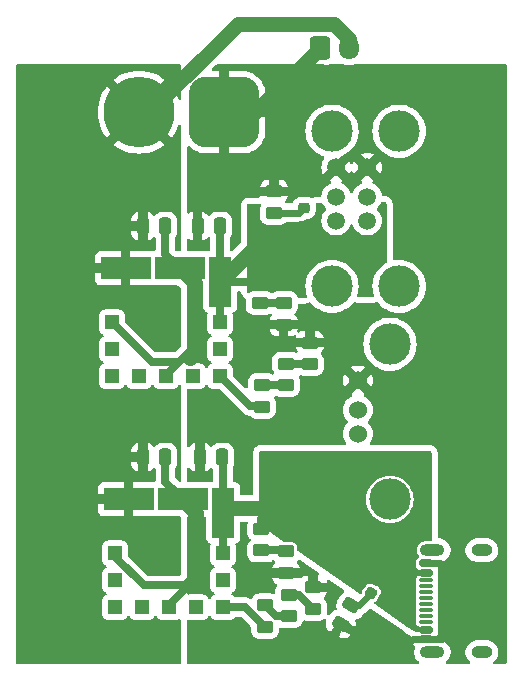
<source format=gbr>
%TF.GenerationSoftware,KiCad,Pcbnew,8.0.3*%
%TF.CreationDate,2024-06-16T21:04:04+09:00*%
%TF.ProjectId,USB_power,5553425f-706f-4776-9572-2e6b69636164,rev?*%
%TF.SameCoordinates,PX79d7e50PY830c570*%
%TF.FileFunction,Copper,L1,Top*%
%TF.FilePolarity,Positive*%
%FSLAX46Y46*%
G04 Gerber Fmt 4.6, Leading zero omitted, Abs format (unit mm)*
G04 Created by KiCad (PCBNEW 8.0.3) date 2024-06-16 21:04:04*
%MOMM*%
%LPD*%
G01*
G04 APERTURE LIST*
G04 Aperture macros list*
%AMRoundRect*
0 Rectangle with rounded corners*
0 $1 Rounding radius*
0 $2 $3 $4 $5 $6 $7 $8 $9 X,Y pos of 4 corners*
0 Add a 4 corners polygon primitive as box body*
4,1,4,$2,$3,$4,$5,$6,$7,$8,$9,$2,$3,0*
0 Add four circle primitives for the rounded corners*
1,1,$1+$1,$2,$3*
1,1,$1+$1,$4,$5*
1,1,$1+$1,$6,$7*
1,1,$1+$1,$8,$9*
0 Add four rect primitives between the rounded corners*
20,1,$1+$1,$2,$3,$4,$5,0*
20,1,$1+$1,$4,$5,$6,$7,0*
20,1,$1+$1,$6,$7,$8,$9,0*
20,1,$1+$1,$8,$9,$2,$3,0*%
G04 Aperture macros list end*
%TA.AperFunction,SMDPad,CuDef*%
%ADD10RoundRect,0.250000X-0.450000X0.262500X-0.450000X-0.262500X0.450000X-0.262500X0.450000X0.262500X0*%
%TD*%
%TA.AperFunction,SMDPad,CuDef*%
%ADD11RoundRect,0.250000X0.450000X-0.262500X0.450000X0.262500X-0.450000X0.262500X-0.450000X-0.262500X0*%
%TD*%
%TA.AperFunction,ComponentPad*%
%ADD12R,1.524000X1.524000*%
%TD*%
%TA.AperFunction,ComponentPad*%
%ADD13C,1.524000*%
%TD*%
%TA.AperFunction,ComponentPad*%
%ADD14C,3.500000*%
%TD*%
%TA.AperFunction,SMDPad,CuDef*%
%ADD15RoundRect,0.150000X0.425000X-0.150000X0.425000X0.150000X-0.425000X0.150000X-0.425000X-0.150000X0*%
%TD*%
%TA.AperFunction,SMDPad,CuDef*%
%ADD16RoundRect,0.075000X0.500000X-0.075000X0.500000X0.075000X-0.500000X0.075000X-0.500000X-0.075000X0*%
%TD*%
%TA.AperFunction,ComponentPad*%
%ADD17O,2.100000X1.000000*%
%TD*%
%TA.AperFunction,ComponentPad*%
%ADD18O,1.800000X1.000000*%
%TD*%
%TA.AperFunction,SMDPad,CuDef*%
%ADD19RoundRect,0.250000X-0.250000X-0.475000X0.250000X-0.475000X0.250000X0.475000X-0.250000X0.475000X0*%
%TD*%
%TA.AperFunction,SMDPad,CuDef*%
%ADD20RoundRect,0.250000X0.250000X0.475000X-0.250000X0.475000X-0.250000X-0.475000X0.250000X-0.475000X0*%
%TD*%
%TA.AperFunction,SMDPad,CuDef*%
%ADD21RoundRect,0.218750X0.112544X-0.317568X0.331294X0.061318X-0.112544X0.317568X-0.331294X-0.061318X0*%
%TD*%
%TA.AperFunction,SMDPad,CuDef*%
%ADD22R,1.143000X1.143000*%
%TD*%
%TA.AperFunction,SMDPad,CuDef*%
%ADD23R,4.191000X1.905000*%
%TD*%
%TA.AperFunction,SMDPad,CuDef*%
%ADD24R,1.905000X4.191000*%
%TD*%
%TA.AperFunction,SMDPad,CuDef*%
%ADD25RoundRect,0.250000X-0.258461X0.452332X-0.520961X-0.002332X0.258461X-0.452332X0.520961X0.002332X0*%
%TD*%
%TA.AperFunction,ComponentPad*%
%ADD26RoundRect,0.250000X-0.600000X-0.725000X0.600000X-0.725000X0.600000X0.725000X-0.600000X0.725000X0*%
%TD*%
%TA.AperFunction,ComponentPad*%
%ADD27O,1.700000X1.950000*%
%TD*%
%TA.AperFunction,ComponentPad*%
%ADD28R,1.500000X1.500000*%
%TD*%
%TA.AperFunction,ComponentPad*%
%ADD29C,1.500000*%
%TD*%
%TA.AperFunction,ComponentPad*%
%ADD30RoundRect,1.500000X1.500000X1.500000X-1.500000X1.500000X-1.500000X-1.500000X1.500000X-1.500000X0*%
%TD*%
%TA.AperFunction,ComponentPad*%
%ADD31C,6.000000*%
%TD*%
%TA.AperFunction,SMDPad,CuDef*%
%ADD32RoundRect,0.218750X-0.256250X0.218750X-0.256250X-0.218750X0.256250X-0.218750X0.256250X0.218750X0*%
%TD*%
%TA.AperFunction,ViaPad*%
%ADD33C,0.600000*%
%TD*%
%TA.AperFunction,ViaPad*%
%ADD34C,1.200000*%
%TD*%
%TA.AperFunction,Conductor*%
%ADD35C,1.270000*%
%TD*%
%TA.AperFunction,Conductor*%
%ADD36C,0.600000*%
%TD*%
%TA.AperFunction,Conductor*%
%ADD37C,0.635000*%
%TD*%
G04 APERTURE END LIST*
D10*
%TO.P,R9,1*%
%TO.N,+5VP*%
X21138318Y39767082D03*
%TO.P,R9,2*%
%TO.N,Net-(R10-Pad1)*%
X21138318Y37942082D03*
%TD*%
D11*
%TO.P,R2,1*%
%TO.N,Net-(R1-Pad2)*%
X23627518Y11424482D03*
%TO.P,R2,2*%
%TO.N,Net-(R2-Pad2)*%
X23627518Y13249482D03*
%TD*%
%TO.P,R1,1*%
%TO.N,Net-(MD1-TRIM)*%
X21595518Y10511982D03*
%TO.P,R1,2*%
%TO.N,Net-(R1-Pad2)*%
X21595518Y12336982D03*
%TD*%
D12*
%TO.P,J5,1,VBUS*%
%TO.N,+5V*%
X29457018Y24378482D03*
D13*
%TO.P,J5,2,D-*%
%TO.N,unconnected-(J5-D--Pad2)*%
X29457018Y26878482D03*
%TO.P,J5,3,D+*%
%TO.N,unconnected-(J5-D+-Pad3)*%
X29457018Y28878482D03*
%TO.P,J5,4,GND*%
%TO.N,GND*%
X29457018Y31378482D03*
D14*
%TO.P,J5,5,Shield*%
%TO.N,unconnected-(J5-Shield-Pad5)_0*%
X32167018Y21308482D03*
%TO.N,unconnected-(J5-Shield-Pad5)*%
X32167018Y34448482D03*
%TD*%
D11*
%TO.P,R7,1*%
%TO.N,Net-(R6-Pad2)*%
X23373518Y30982482D03*
%TO.P,R7,2*%
%TO.N,Net-(R7-Pad2)*%
X23373518Y32807482D03*
%TD*%
D15*
%TO.P,J4,A1,GND*%
%TO.N,GND*%
X35187518Y9494482D03*
%TO.P,J4,A4,VBUS*%
%TO.N,+5V*%
X35187518Y10294482D03*
D16*
%TO.P,J4,A5,CC1*%
%TO.N,unconnected-(J4-CC1-PadA5)*%
X35187518Y11444482D03*
%TO.P,J4,A6,D+*%
%TO.N,unconnected-(J4-D+-PadA6)*%
X35187518Y12444482D03*
%TO.P,J4,A7,D-*%
%TO.N,unconnected-(J4-D--PadA7)*%
X35187518Y12944482D03*
%TO.P,J4,A8,SBU1*%
%TO.N,unconnected-(J4-SBU1-PadA8)*%
X35187518Y13944482D03*
D15*
%TO.P,J4,A9,VBUS*%
%TO.N,+5V*%
X35187518Y15094482D03*
%TO.P,J4,A12,GND*%
%TO.N,GND*%
X35187518Y15894482D03*
%TO.P,J4,B1,GND*%
X35187518Y15894482D03*
%TO.P,J4,B4,VBUS*%
%TO.N,+5V*%
X35187518Y15094482D03*
D16*
%TO.P,J4,B5,CC2*%
%TO.N,unconnected-(J4-CC2-PadB5)*%
X35187518Y14444482D03*
%TO.P,J4,B6,D+*%
%TO.N,unconnected-(J4-D+-PadB6)*%
X35187518Y13444482D03*
%TO.P,J4,B7,D-*%
%TO.N,unconnected-(J4-D--PadB7)*%
X35187518Y11944482D03*
%TO.P,J4,B8,SBU2*%
%TO.N,unconnected-(J4-SBU2-PadB8)*%
X35187518Y10944482D03*
D15*
%TO.P,J4,B9,VBUS*%
%TO.N,+5V*%
X35187518Y10294482D03*
%TO.P,J4,B12,GND*%
%TO.N,GND*%
X35187518Y9494482D03*
D17*
%TO.P,J4,S1,SHIELD*%
%TO.N,unconnected-(J4-SHIELD-PadS1)_2*%
X35762518Y8374482D03*
D18*
%TO.N,unconnected-(J4-SHIELD-PadS1)_0*%
X39942518Y8374482D03*
D17*
%TO.N,unconnected-(J4-SHIELD-PadS1)*%
X35762518Y17014482D03*
D18*
%TO.N,unconnected-(J4-SHIELD-PadS1)_1*%
X39942518Y17014482D03*
%TD*%
D19*
%TO.P,C1,1*%
%TO.N,+BATT*%
X11247518Y24886482D03*
%TO.P,C1,2*%
%TO.N,GND*%
X13147518Y24886482D03*
%TD*%
D20*
%TO.P,C10,1*%
%TO.N,+5VP*%
X17785518Y44444482D03*
%TO.P,C10,2*%
%TO.N,GND*%
X15885518Y44444482D03*
%TD*%
D10*
%TO.P,R10,1*%
%TO.N,Net-(R10-Pad1)*%
X23170318Y37940182D03*
%TO.P,R10,2*%
%TO.N,GND*%
X23170318Y36115182D03*
%TD*%
D21*
%TO.P,D1,1,K*%
%TO.N,Net-(D1-K)*%
X30599767Y13409486D03*
%TO.P,D1,2,A*%
%TO.N,+5V*%
X31387269Y14773478D03*
%TD*%
D22*
%TO.P,MD2,1,~{ON}/OFF_CONTROL*%
%TO.N,GND*%
X8641518Y36316482D03*
D23*
%TO.P,MD2,2,VIN*%
%TO.N,+BATT*%
X9784518Y40888482D03*
%TO.P,MD2,3,1_GROUND*%
%TO.N,GND*%
X14356518Y40888482D03*
D24*
%TO.P,MD2,4,VOUT*%
%TO.N,+5VP*%
X17785518Y39745482D03*
D22*
%TO.P,MD2,5,SENSE*%
X17785518Y36316482D03*
%TO.P,MD2,6,TRIM*%
%TO.N,Net-(MD2-TRIM)*%
X17785518Y31744482D03*
%TO.P,MD2,7,2_GROUND*%
%TO.N,GND*%
X13213518Y31744482D03*
%TO.P,MD2,8,1_NC*%
%TO.N,unconnected-(MD2-1_NC-Pad8)*%
X10927518Y31744482D03*
%TO.P,MD2,9,2_NC*%
%TO.N,unconnected-(MD2-2_NC-Pad9)*%
X8641518Y31744482D03*
%TO.P,MD2,10,POWER_GOOD_OUT*%
%TO.N,unconnected-(MD2-POWER_GOOD_OUT-Pad10)*%
X8641518Y34030482D03*
%TO.P,MD2,11,3_NC*%
%TO.N,unconnected-(MD2-3_NC-Pad11)*%
X17785518Y34030482D03*
%TO.P,MD2,12,4_NC*%
%TO.N,unconnected-(MD2-4_NC-Pad12)*%
X15499518Y31744482D03*
%TD*%
D25*
%TO.P,R11,1*%
%TO.N,Net-(D1-K)*%
X28909768Y12341730D03*
%TO.P,R11,2*%
%TO.N,GND*%
X27997268Y10761234D03*
%TD*%
D26*
%TO.P,J3,1,Pin_1*%
%TO.N,GND*%
X26207518Y59557482D03*
D27*
%TO.P,J3,2,Pin_2*%
%TO.N,+BATT*%
X28707518Y59557482D03*
%TD*%
D20*
%TO.P,C5,1*%
%TO.N,+5V*%
X17973518Y24886482D03*
%TO.P,C5,2*%
%TO.N,GND*%
X16073518Y24886482D03*
%TD*%
D28*
%TO.P,J2,1,VBUS1*%
%TO.N,+5VP*%
X30231518Y42412482D03*
D29*
%TO.P,J2,2,D1-*%
%TO.N,unconnected-(J2-D1--Pad2)*%
X30231518Y44912482D03*
%TO.P,J2,3,D1+*%
%TO.N,unconnected-(J2-D1+-Pad3)*%
X30231518Y46912482D03*
%TO.P,J2,4,GND1*%
%TO.N,GND*%
X30231518Y49412482D03*
%TO.P,J2,5,VBUS2*%
%TO.N,+5VP*%
X27611518Y42412482D03*
%TO.P,J2,6,D2-*%
%TO.N,unconnected-(J2-D2--Pad6)*%
X27611518Y44912482D03*
%TO.P,J2,7,D2+*%
%TO.N,unconnected-(J2-D2+-Pad7)*%
X27611518Y46912482D03*
%TO.P,J2,8,GND2*%
%TO.N,GND*%
X27611518Y49412482D03*
D14*
%TO.P,J2,9,Shield*%
%TO.N,unconnected-(J2-Shield-Pad9)*%
X32941518Y39342482D03*
%TO.N,unconnected-(J2-Shield-Pad9)_1*%
X32941518Y52482482D03*
%TO.N,unconnected-(J2-Shield-Pad9)_0*%
X27261518Y39342482D03*
%TO.N,unconnected-(J2-Shield-Pad9)_2*%
X27261518Y52482482D03*
%TD*%
D22*
%TO.P,MD1,1,~{ON}/OFF_CONTROL*%
%TO.N,GND*%
X8895518Y16758482D03*
D23*
%TO.P,MD1,2,VIN*%
%TO.N,+BATT*%
X10038518Y21330482D03*
%TO.P,MD1,3,1_GROUND*%
%TO.N,GND*%
X14610518Y21330482D03*
D24*
%TO.P,MD1,4,VOUT*%
%TO.N,+5V*%
X18039518Y20187482D03*
D22*
%TO.P,MD1,5,SENSE*%
X18039518Y16758482D03*
%TO.P,MD1,6,TRIM*%
%TO.N,Net-(MD1-TRIM)*%
X18039518Y12186482D03*
%TO.P,MD1,7,2_GROUND*%
%TO.N,GND*%
X13467518Y12186482D03*
%TO.P,MD1,8,1_NC*%
%TO.N,unconnected-(MD1-1_NC-Pad8)*%
X11181518Y12186482D03*
%TO.P,MD1,9,2_NC*%
%TO.N,unconnected-(MD1-2_NC-Pad9)*%
X8895518Y12186482D03*
%TO.P,MD1,10,POWER_GOOD_OUT*%
%TO.N,unconnected-(MD1-POWER_GOOD_OUT-Pad10)*%
X8895518Y14472482D03*
%TO.P,MD1,11,3_NC*%
%TO.N,unconnected-(MD1-3_NC-Pad11)*%
X18039518Y14472482D03*
%TO.P,MD1,12,4_NC*%
%TO.N,unconnected-(MD1-4_NC-Pad12)*%
X15753518Y12186482D03*
%TD*%
D10*
%TO.P,R4,1*%
%TO.N,+5V*%
X21290718Y18813982D03*
%TO.P,R4,2*%
%TO.N,Net-(R4-Pad2)*%
X21290718Y16988982D03*
%TD*%
%TO.P,R5,1*%
%TO.N,Net-(R4-Pad2)*%
X23373518Y16908982D03*
%TO.P,R5,2*%
%TO.N,GND*%
X23373518Y15083982D03*
%TD*%
D30*
%TO.P,J1,1,Pin_1*%
%TO.N,GND*%
X18127518Y54096482D03*
D31*
%TO.P,J1,2,Pin_2*%
%TO.N,+BATT*%
X10927518Y54096482D03*
%TD*%
D32*
%TO.P,D2,1,K*%
%TO.N,Net-(D2-K)*%
X24897518Y45993982D03*
%TO.P,D2,2,A*%
%TO.N,+5VP*%
X24897518Y44418982D03*
%TD*%
D11*
%TO.P,R3,1*%
%TO.N,Net-(R2-Pad2)*%
X25659518Y12035982D03*
%TO.P,R3,2*%
%TO.N,GND*%
X25659518Y13860982D03*
%TD*%
%TO.P,R6,1*%
%TO.N,Net-(MD2-TRIM)*%
X21341518Y29157482D03*
%TO.P,R6,2*%
%TO.N,Net-(R6-Pad2)*%
X21341518Y30982482D03*
%TD*%
%TO.P,R8,1*%
%TO.N,Net-(R7-Pad2)*%
X25405518Y32760482D03*
%TO.P,R8,2*%
%TO.N,GND*%
X25405518Y34585482D03*
%TD*%
%TO.P,R12,1*%
%TO.N,Net-(D2-K)*%
X22357518Y45563982D03*
%TO.P,R12,2*%
%TO.N,GND*%
X22357518Y47388982D03*
%TD*%
D19*
%TO.P,C2,1*%
%TO.N,+BATT*%
X11247518Y44444482D03*
%TO.P,C2,2*%
%TO.N,GND*%
X13147518Y44444482D03*
%TD*%
D33*
%TO.N,GND*%
X15626518Y34284482D03*
X18293518Y26791482D03*
X18293518Y9392482D03*
X15626518Y38983482D03*
D34*
X38867518Y15107482D03*
D33*
X15753518Y17774482D03*
D34*
X37216518Y10154482D03*
D33*
X18293518Y28442482D03*
X15753518Y28442482D03*
D34*
X37191118Y15107482D03*
X38867518Y10154482D03*
D33*
X18293518Y8122482D03*
D34*
X29723518Y8630482D03*
D33*
X23373518Y28442482D03*
X15753518Y26791482D03*
D34*
X40645518Y10154482D03*
D33*
X15626518Y35935482D03*
D34*
X33279518Y8630482D03*
X40645518Y15107482D03*
X31501518Y8630482D03*
D33*
X15753518Y19298482D03*
X19817518Y8122482D03*
X15753518Y16250482D03*
X15753518Y14726482D03*
X15626518Y37459482D03*
X25913518Y28442482D03*
D34*
X21214518Y14853482D03*
%TO.N,+5V*%
X33279518Y11932482D03*
D33*
X33406518Y16123482D03*
X33406518Y17901482D03*
D34*
X24135518Y20568482D03*
X26040518Y20568482D03*
D33*
X31247518Y16123482D03*
D34*
X33279518Y14345482D03*
X22230518Y20568482D03*
D33*
X31247518Y17901482D03*
%TO.N,+BATT*%
X1275518Y51302482D03*
X7117518Y24632482D03*
X1275518Y13202482D03*
X1275518Y10662482D03*
X3815518Y20822482D03*
X3815518Y18282482D03*
X9149518Y28442482D03*
X7117518Y26664482D03*
X1275518Y23362482D03*
X3815518Y15742482D03*
X1275518Y18282482D03*
X3815518Y48762482D03*
X11181518Y28442482D03*
X1275518Y15742482D03*
X3815518Y10662482D03*
X1275518Y28442482D03*
X3815518Y25902482D03*
X3815518Y13202482D03*
X3815518Y30982482D03*
X1275518Y41142482D03*
X3815518Y38602482D03*
X3815518Y41142482D03*
X1275518Y36062482D03*
X1275518Y33522482D03*
X3815518Y23362482D03*
X9149518Y26664482D03*
X3815518Y43682482D03*
X1275518Y43682482D03*
X1275518Y38602482D03*
X1275518Y53842482D03*
X11181518Y26664482D03*
X1275518Y20822482D03*
X3815518Y46222482D03*
X1275518Y30982482D03*
X1275518Y46222482D03*
X3815518Y28442482D03*
X1275518Y25902482D03*
X3815518Y36062482D03*
X1275518Y48762482D03*
X1275518Y56382482D03*
X3815518Y33522482D03*
%TO.N,+5VP*%
X20579518Y43809482D03*
X22040018Y42285482D03*
X22040018Y43809482D03*
X23500518Y43809482D03*
X23500518Y42285482D03*
X20579518Y42285482D03*
%TD*%
D35*
%TO.N,+BATT*%
X28707518Y60319482D02*
X28707518Y59557482D01*
X27437518Y61589482D02*
X28707518Y60319482D01*
X11805482Y54096482D02*
X19298482Y61589482D01*
X19298482Y61589482D02*
X27437518Y61589482D01*
X10883518Y54096482D02*
X11805482Y54096482D01*
%TO.N,GND*%
X15753518Y16250482D02*
X15753518Y16313982D01*
D36*
X36556518Y9494482D02*
X35187518Y9494482D01*
D35*
X15753518Y19298482D02*
X15753518Y20187482D01*
X15626518Y34411482D02*
X15626518Y33649482D01*
D37*
X13147518Y42097482D02*
X14356518Y40888482D01*
X13147518Y22793482D02*
X14610518Y21330482D01*
X13213518Y31744482D02*
X13213518Y31871482D01*
X11308518Y14027982D02*
X8895518Y16440982D01*
X8895518Y16440982D02*
X8895518Y16758482D01*
D36*
X37191118Y15107482D02*
X37089118Y15005482D01*
X37191118Y15107482D02*
X36404118Y15894482D01*
D35*
X15753518Y14726482D02*
X15753518Y14853482D01*
D37*
X14293018Y32950982D02*
X15626518Y34284482D01*
D35*
X14356518Y40888482D02*
X15626518Y39618482D01*
X15753518Y16313982D02*
X15753518Y17774482D01*
D36*
X36404118Y15894482D02*
X35187518Y15894482D01*
D35*
X15753518Y14662982D02*
X15753518Y14726482D01*
D36*
X35187518Y9494482D02*
X34143518Y9494482D01*
D35*
X15753518Y14853482D02*
X15753518Y16250482D01*
D36*
X37216518Y10154482D02*
X36556518Y9494482D01*
D37*
X13467518Y12186482D02*
X13467518Y12376982D01*
D35*
X15626518Y35808482D02*
X15626518Y34411482D01*
D37*
X12007018Y32950982D02*
X14293018Y32950982D01*
X8641518Y36316482D02*
X12007018Y32950982D01*
X13467518Y12376982D02*
X15118518Y14027982D01*
D35*
X18127518Y54096482D02*
X20746518Y54096482D01*
X20746518Y54096482D02*
X26207518Y59557482D01*
X15626518Y39618482D02*
X15626518Y39364482D01*
D37*
X15118518Y14027982D02*
X11308518Y14027982D01*
X13213518Y31871482D02*
X15626518Y34284482D01*
D35*
X15626518Y37332482D02*
X15626518Y35808482D01*
D36*
X29723518Y8630482D02*
X33279518Y8630482D01*
D35*
X15753518Y16313982D02*
X15753518Y16313982D01*
D37*
X13147518Y44444482D02*
X13147518Y42097482D01*
D35*
X15626518Y38983482D02*
X15626518Y37332482D01*
X15626518Y33649482D02*
X15245518Y33268482D01*
X15626518Y39364482D02*
X15626518Y38983482D01*
X15753518Y17774482D02*
X15753518Y19298482D01*
X15753518Y20187482D02*
X14610518Y21330482D01*
D37*
X13147518Y24886482D02*
X13147518Y22793482D01*
D36*
X34143518Y9494482D02*
X33279518Y8630482D01*
D35*
X15118518Y14027982D02*
X15753518Y14662982D01*
D37*
%TO.N,+5V*%
X18039518Y20187482D02*
X18039518Y24820482D01*
X21290718Y19628682D02*
X22230518Y20568482D01*
X21290718Y18813982D02*
X21290718Y19628682D01*
X18039518Y16758482D02*
X18039518Y20187482D01*
D35*
X18420518Y20568482D02*
X18039518Y20187482D01*
X18039518Y21161482D02*
X18039518Y20187482D01*
D37*
X18039518Y24820482D02*
X17973518Y24886482D01*
D35*
X26040518Y20568482D02*
X18420518Y20568482D01*
D37*
%TO.N,Net-(MD1-TRIM)*%
X18039518Y12186482D02*
X19921018Y12186482D01*
X19921018Y12186482D02*
X21595518Y10511982D01*
D36*
%TO.N,Net-(R1-Pad2)*%
X21595518Y12336982D02*
X21699018Y12336982D01*
D37*
X23627518Y11424482D02*
X22508018Y11424482D01*
X22508018Y11424482D02*
X21595518Y12336982D01*
%TO.N,Net-(R2-Pad2)*%
X23627518Y13249482D02*
X24446018Y13249482D01*
X24446018Y13249482D02*
X25659518Y12035982D01*
%TO.N,Net-(R4-Pad2)*%
X23016018Y16988982D02*
X23096018Y16908982D01*
X21290718Y16988982D02*
X23016018Y16988982D01*
X23096018Y16908982D02*
X23373518Y16908982D01*
%TO.N,Net-(MD2-TRIM)*%
X17785518Y31744482D02*
X20325518Y29204482D01*
X21294518Y29204482D02*
X21341518Y29157482D01*
X20325518Y29204482D02*
X21294518Y29204482D01*
%TO.N,Net-(R6-Pad2)*%
X23373518Y30982482D02*
X21341518Y30982482D01*
%TO.N,Net-(R7-Pad2)*%
X23420518Y32760482D02*
X23373518Y32807482D01*
X25405518Y32760482D02*
X23420518Y32760482D01*
%TO.N,Net-(R10-Pad1)*%
X21138318Y37942082D02*
X23168418Y37942082D01*
X23168418Y37942082D02*
X23170318Y37940182D01*
D35*
%TO.N,+5VP*%
X23500518Y42285482D02*
X20325518Y42285482D01*
D37*
X17785518Y39745482D02*
X21116718Y39745482D01*
X17785518Y36316482D02*
X17785518Y39745482D01*
X21116718Y39745482D02*
X21138318Y39767082D01*
X17785518Y44444482D02*
X17785518Y39745482D01*
D35*
X20325518Y42285482D02*
X17785518Y39745482D01*
D36*
%TO.N,Net-(D1-K)*%
X29532012Y12341730D02*
X30599768Y13409486D01*
X28909768Y12341730D02*
X29532012Y12341730D01*
%TO.N,Net-(D2-K)*%
X22357518Y45563982D02*
X24467518Y45563982D01*
X24467518Y45563982D02*
X24897518Y45993982D01*
%TD*%
%TA.AperFunction,Conductor*%
%TO.N,GND*%
G36*
X30513651Y12088780D02*
G01*
X30554361Y12063772D01*
X30589254Y12031609D01*
X30592196Y12028897D01*
X33360308Y10127324D01*
X33375746Y10116719D01*
X33375776Y10116699D01*
X34054979Y9650116D01*
X34061478Y9645725D01*
X34061515Y9645700D01*
X34064639Y9643624D01*
X34071069Y9639422D01*
X34071076Y9639419D01*
X34071081Y9639415D01*
X34201958Y9579644D01*
X34268997Y9559959D01*
X34269001Y9559958D01*
X34411417Y9539482D01*
X34495680Y9539482D01*
X34530275Y9534558D01*
X34659944Y9496885D01*
X34659947Y9496885D01*
X34659949Y9496884D01*
X34690592Y9494473D01*
X34755880Y9469591D01*
X34797352Y9413361D01*
X34801841Y9343635D01*
X34767920Y9282552D01*
X34743580Y9264633D01*
X34743670Y9264499D01*
X34740748Y9262548D01*
X34739332Y9261504D01*
X34738609Y9261118D01*
X34670158Y9215380D01*
X34603480Y9194502D01*
X34601267Y9194482D01*
X34129222Y9194482D01*
X34161236Y9084284D01*
X34244832Y8942930D01*
X34244839Y8942921D01*
X34271246Y8916514D01*
X34304731Y8855191D01*
X34299747Y8785499D01*
X34298127Y8781382D01*
X34250467Y8666317D01*
X34250465Y8666312D01*
X34212018Y8473026D01*
X34212018Y8473023D01*
X34212018Y8275941D01*
X34212018Y8275939D01*
X34212017Y8275939D01*
X34250465Y8082653D01*
X34250468Y8082643D01*
X34325882Y7900575D01*
X34325889Y7900562D01*
X34435378Y7736701D01*
X34435381Y7736697D01*
X34574732Y7597346D01*
X34574740Y7597340D01*
X34589340Y7587584D01*
X34634146Y7533972D01*
X34642853Y7464647D01*
X34612699Y7401620D01*
X34553256Y7364900D01*
X34520450Y7360482D01*
X15115518Y7360482D01*
X15048479Y7380167D01*
X15002724Y7432971D01*
X14991518Y7484482D01*
X14991518Y10991771D01*
X15011203Y11058810D01*
X15064007Y11104565D01*
X15128776Y11115060D01*
X15134145Y11114482D01*
X16372890Y11114483D01*
X16432501Y11120891D01*
X16567349Y11171186D01*
X16682564Y11257436D01*
X16768814Y11372651D01*
X16780336Y11403542D01*
X16822206Y11459476D01*
X16887670Y11483894D01*
X16955943Y11469043D01*
X17005349Y11419638D01*
X17012700Y11403542D01*
X17024219Y11372656D01*
X17024224Y11372647D01*
X17110470Y11257438D01*
X17110473Y11257435D01*
X17225682Y11171189D01*
X17225689Y11171185D01*
X17360535Y11120891D01*
X17360534Y11120891D01*
X17367462Y11120147D01*
X17420145Y11114482D01*
X18658890Y11114483D01*
X18718501Y11120891D01*
X18853349Y11171186D01*
X18968564Y11257436D01*
X19014497Y11318794D01*
X19070431Y11360664D01*
X19113763Y11368482D01*
X19530829Y11368482D01*
X19597868Y11348797D01*
X19618510Y11332163D01*
X20358699Y10591975D01*
X20392184Y10530652D01*
X20395018Y10504294D01*
X20395018Y10199482D01*
X20395019Y10199463D01*
X20405518Y10096686D01*
X20405519Y10096683D01*
X20423669Y10041912D01*
X20460704Y9930148D01*
X20552806Y9780826D01*
X20676862Y9656770D01*
X20826184Y9564668D01*
X20992721Y9509483D01*
X21095509Y9498982D01*
X22095526Y9498983D01*
X22095534Y9498984D01*
X22095537Y9498984D01*
X22151820Y9504734D01*
X22198315Y9509483D01*
X22364852Y9564668D01*
X22514174Y9656770D01*
X22541789Y9684385D01*
X27837428Y9684385D01*
X27837428Y9684384D01*
X27923999Y9634403D01*
X27924028Y9634388D01*
X28018214Y9592124D01*
X28018213Y9592124D01*
X28189916Y9556671D01*
X28365168Y9561769D01*
X28534514Y9607145D01*
X28688843Y9690358D01*
X28819808Y9806907D01*
X28819811Y9806910D01*
X28828754Y9819296D01*
X28143678Y10214824D01*
X28143677Y10214824D01*
X27837428Y9684385D01*
X22541789Y9684385D01*
X22638230Y9780826D01*
X22730332Y9930148D01*
X22785517Y10096685D01*
X22796018Y10199473D01*
X22796017Y10326051D01*
X22815701Y10393088D01*
X22868505Y10438843D01*
X22937663Y10448787D01*
X22959006Y10443759D01*
X23024721Y10421983D01*
X23127509Y10411482D01*
X24127526Y10411483D01*
X24127534Y10411484D01*
X24127537Y10411484D01*
X24183820Y10417234D01*
X24230315Y10421983D01*
X24396852Y10477168D01*
X24546174Y10569270D01*
X24670230Y10693326D01*
X24762332Y10842648D01*
X24809435Y10984798D01*
X24849206Y11042240D01*
X24913722Y11069064D01*
X24966140Y11063499D01*
X25056721Y11033483D01*
X25159509Y11022982D01*
X26159526Y11022983D01*
X26159534Y11022984D01*
X26159537Y11022984D01*
X26215820Y11028734D01*
X26262315Y11033483D01*
X26428852Y11088668D01*
X26578174Y11180770D01*
X26580238Y11182835D01*
X26582003Y11183799D01*
X26583837Y11185248D01*
X26584084Y11184935D01*
X26641556Y11216322D01*
X26711248Y11211343D01*
X26767185Y11169475D01*
X26791606Y11104013D01*
X26781056Y11044394D01*
X26759527Y10996416D01*
X26724073Y10824717D01*
X26729172Y10649464D01*
X26774548Y10480118D01*
X26857760Y10325792D01*
X26974313Y10194821D01*
X27058025Y10134372D01*
X27144607Y10084384D01*
X27144608Y10084384D01*
X27479921Y10665161D01*
X27788858Y11200258D01*
X27839425Y11248473D01*
X27908032Y11261697D01*
X27958245Y11245645D01*
X29228754Y10512116D01*
X29235008Y10526052D01*
X29270462Y10697752D01*
X29265363Y10873005D01*
X29231095Y11000895D01*
X29232758Y11070745D01*
X29271921Y11128607D01*
X29318776Y11152763D01*
X29447205Y11187174D01*
X29601629Y11270440D01*
X29601630Y11270441D01*
X29601632Y11270442D01*
X29732684Y11387068D01*
X29732688Y11387072D01*
X29793177Y11470839D01*
X29793178Y11470841D01*
X29857654Y11582517D01*
X29906594Y11629880D01*
X29911176Y11632330D01*
X29911191Y11632336D01*
X30042301Y11719941D01*
X30382640Y12060282D01*
X30443959Y12093764D01*
X30513651Y12088780D01*
G37*
%TD.AperFunction*%
%TA.AperFunction,Conductor*%
G36*
X25281428Y58150059D02*
G01*
X25281540Y58150396D01*
X25284845Y58149301D01*
X25286802Y58148867D01*
X25288393Y58148126D01*
X25454820Y58092977D01*
X25454827Y58092976D01*
X25557537Y58082483D01*
X25807517Y58082483D01*
X25807518Y58082484D01*
X25807518Y58160482D01*
X26607518Y58160482D01*
X26607518Y58082483D01*
X26857490Y58082483D01*
X26857504Y58082484D01*
X26960215Y58092977D01*
X27126642Y58148125D01*
X27128234Y58148867D01*
X27130190Y58149301D01*
X27133496Y58150396D01*
X27133607Y58150059D01*
X27180633Y58160482D01*
X28232383Y58160482D01*
X28270701Y58154413D01*
X28391275Y58115236D01*
X28601231Y58081982D01*
X28601232Y58081982D01*
X28813804Y58081982D01*
X28813805Y58081982D01*
X29023761Y58115236D01*
X29144335Y58154413D01*
X29182653Y58160482D01*
X41926018Y58160482D01*
X41993057Y58140797D01*
X42038812Y58087993D01*
X42050018Y58036482D01*
X42050018Y7484482D01*
X42030333Y7417443D01*
X41977529Y7371688D01*
X41926018Y7360482D01*
X41034586Y7360482D01*
X40967547Y7380167D01*
X40921792Y7432971D01*
X40911848Y7502129D01*
X40940873Y7565685D01*
X40965696Y7587584D01*
X40976372Y7594719D01*
X40980300Y7597343D01*
X41119657Y7736700D01*
X41229150Y7900568D01*
X41304569Y8082647D01*
X41343018Y8275941D01*
X41343018Y8473023D01*
X41343018Y8473026D01*
X41304570Y8666312D01*
X41304569Y8666313D01*
X41304569Y8666317D01*
X41255203Y8785499D01*
X41229153Y8848390D01*
X41229146Y8848403D01*
X41119657Y9012264D01*
X41119654Y9012268D01*
X40980303Y9151619D01*
X40980299Y9151622D01*
X40816438Y9261111D01*
X40816425Y9261118D01*
X40634357Y9336532D01*
X40634347Y9336535D01*
X40441061Y9374982D01*
X40441059Y9374982D01*
X39443977Y9374982D01*
X39443975Y9374982D01*
X39250688Y9336535D01*
X39250678Y9336532D01*
X39068610Y9261118D01*
X39068597Y9261111D01*
X38904736Y9151622D01*
X38904732Y9151619D01*
X38765381Y9012268D01*
X38765378Y9012264D01*
X38655889Y8848403D01*
X38655882Y8848390D01*
X38580468Y8666322D01*
X38580465Y8666312D01*
X38542018Y8473026D01*
X38542018Y8473023D01*
X38542018Y8275941D01*
X38542018Y8275939D01*
X38542017Y8275939D01*
X38580465Y8082653D01*
X38580468Y8082643D01*
X38655882Y7900575D01*
X38655889Y7900562D01*
X38765378Y7736701D01*
X38765381Y7736697D01*
X38904732Y7597346D01*
X38904740Y7597340D01*
X38919340Y7587584D01*
X38964146Y7533972D01*
X38972853Y7464647D01*
X38942699Y7401620D01*
X38883256Y7364900D01*
X38850450Y7360482D01*
X37004586Y7360482D01*
X36937547Y7380167D01*
X36891792Y7432971D01*
X36881848Y7502129D01*
X36910873Y7565685D01*
X36935696Y7587584D01*
X36946372Y7594719D01*
X36950300Y7597343D01*
X37089657Y7736700D01*
X37199150Y7900568D01*
X37274569Y8082647D01*
X37313018Y8275941D01*
X37313018Y8473023D01*
X37313018Y8473026D01*
X37274570Y8666312D01*
X37274569Y8666313D01*
X37274569Y8666317D01*
X37225203Y8785499D01*
X37199153Y8848390D01*
X37199146Y8848403D01*
X37089657Y9012264D01*
X37089654Y9012268D01*
X36950303Y9151619D01*
X36950299Y9151622D01*
X36786438Y9261111D01*
X36786425Y9261118D01*
X36604357Y9336532D01*
X36604347Y9336535D01*
X36411061Y9374982D01*
X36411059Y9374982D01*
X36042524Y9374982D01*
X35975485Y9394667D01*
X35929730Y9447471D01*
X35919786Y9516629D01*
X35948811Y9580185D01*
X35979404Y9605714D01*
X36014376Y9626397D01*
X36014375Y9626397D01*
X36014383Y9626401D01*
X36130599Y9742617D01*
X36130601Y9742622D01*
X36133597Y9746482D01*
X36190240Y9787389D01*
X36231577Y9794482D01*
X36245814Y9794482D01*
X36245814Y9794483D01*
X36227073Y9858991D01*
X36227073Y9928180D01*
X36260116Y10041913D01*
X36263018Y10078788D01*
X36263018Y10510176D01*
X36260116Y10547051D01*
X36237950Y10623345D01*
X36238149Y10693210D01*
X36242464Y10705388D01*
X36248205Y10719246D01*
X36263018Y10831762D01*
X36263018Y11057202D01*
X36248205Y11169718D01*
X36248204Y11169719D01*
X36247144Y11177777D01*
X36250207Y11178181D01*
X36250207Y11210784D01*
X36247144Y11211187D01*
X36252053Y11248473D01*
X36263018Y11331762D01*
X36263018Y11557202D01*
X36248205Y11669718D01*
X36248204Y11669719D01*
X36247144Y11677777D01*
X36250207Y11678181D01*
X36250207Y11710784D01*
X36247144Y11711187D01*
X36248296Y11719941D01*
X36263018Y11831762D01*
X36263018Y12057202D01*
X36248205Y12169718D01*
X36248204Y12169719D01*
X36247144Y12177777D01*
X36250207Y12178181D01*
X36250207Y12210784D01*
X36247144Y12211187D01*
X36249606Y12229886D01*
X36263018Y12331762D01*
X36263018Y12557202D01*
X36248205Y12669718D01*
X36248204Y12669719D01*
X36247144Y12677777D01*
X36250207Y12678181D01*
X36250207Y12710784D01*
X36247144Y12711187D01*
X36259607Y12805855D01*
X36263018Y12831762D01*
X36263018Y13057202D01*
X36248205Y13169718D01*
X36248204Y13169719D01*
X36247144Y13177777D01*
X36250207Y13178181D01*
X36250207Y13210784D01*
X36247144Y13211187D01*
X36251721Y13245952D01*
X36263018Y13331762D01*
X36263018Y13557202D01*
X36248205Y13669718D01*
X36248204Y13669719D01*
X36247144Y13677777D01*
X36250207Y13678181D01*
X36250207Y13710784D01*
X36247144Y13711187D01*
X36248205Y13719246D01*
X36263018Y13831762D01*
X36263018Y14057202D01*
X36248205Y14169718D01*
X36248204Y14169719D01*
X36247144Y14177777D01*
X36250207Y14178181D01*
X36250207Y14210784D01*
X36247144Y14211187D01*
X36249511Y14229167D01*
X36263018Y14331762D01*
X36263018Y14557202D01*
X36248205Y14669718D01*
X36242466Y14683572D01*
X36234995Y14753037D01*
X36237945Y14765606D01*
X36260116Y14841913D01*
X36263018Y14878788D01*
X36263018Y15310176D01*
X36260116Y15347051D01*
X36227073Y15460785D01*
X36227073Y15529974D01*
X36245815Y15594482D01*
X36231577Y15594482D01*
X36164538Y15614167D01*
X36133597Y15642482D01*
X36130595Y15646352D01*
X36014388Y15762559D01*
X36014376Y15762568D01*
X35979404Y15783250D01*
X35931720Y15834318D01*
X35919216Y15903060D01*
X35945861Y15967650D01*
X36003196Y16007580D01*
X36042524Y16013982D01*
X36411061Y16013982D01*
X36550254Y16041670D01*
X36604353Y16052431D01*
X36786432Y16127850D01*
X36950300Y16237343D01*
X37089657Y16376700D01*
X37199150Y16540568D01*
X37274569Y16722647D01*
X37313018Y16915939D01*
X38542017Y16915939D01*
X38580465Y16722653D01*
X38580468Y16722643D01*
X38655882Y16540575D01*
X38655889Y16540562D01*
X38765378Y16376701D01*
X38765381Y16376697D01*
X38904732Y16237346D01*
X38904736Y16237343D01*
X39068597Y16127854D01*
X39068610Y16127847D01*
X39247450Y16053770D01*
X39250683Y16052431D01*
X39250687Y16052431D01*
X39250688Y16052430D01*
X39443974Y16013982D01*
X39443977Y16013982D01*
X40441061Y16013982D01*
X40580254Y16041670D01*
X40634353Y16052431D01*
X40816432Y16127850D01*
X40980300Y16237343D01*
X41119657Y16376700D01*
X41229150Y16540568D01*
X41304569Y16722647D01*
X41343018Y16915941D01*
X41343018Y17113023D01*
X41343018Y17113026D01*
X41304570Y17306312D01*
X41304569Y17306313D01*
X41304569Y17306317D01*
X41263992Y17404279D01*
X41229153Y17488390D01*
X41229146Y17488403D01*
X41119657Y17652264D01*
X41119654Y17652268D01*
X40980303Y17791619D01*
X40980299Y17791622D01*
X40816438Y17901111D01*
X40816425Y17901118D01*
X40634357Y17976532D01*
X40634347Y17976535D01*
X40441061Y18014982D01*
X40441059Y18014982D01*
X39443977Y18014982D01*
X39443975Y18014982D01*
X39250688Y17976535D01*
X39250678Y17976532D01*
X39068610Y17901118D01*
X39068597Y17901111D01*
X38904736Y17791622D01*
X38904732Y17791619D01*
X38765381Y17652268D01*
X38765378Y17652264D01*
X38655889Y17488403D01*
X38655882Y17488390D01*
X38580468Y17306322D01*
X38580465Y17306312D01*
X38542018Y17113026D01*
X38542018Y17113023D01*
X38542018Y16915941D01*
X38542018Y16915939D01*
X38542017Y16915939D01*
X37313018Y16915939D01*
X37313018Y16915941D01*
X37313018Y17113023D01*
X37313018Y17113026D01*
X37274570Y17306312D01*
X37274569Y17306313D01*
X37274569Y17306317D01*
X37233992Y17404279D01*
X37199153Y17488390D01*
X37199146Y17488403D01*
X37089657Y17652264D01*
X37089654Y17652268D01*
X36950303Y17791619D01*
X36950299Y17791622D01*
X36786438Y17901111D01*
X36786425Y17901118D01*
X36604357Y17976532D01*
X36604347Y17976535D01*
X36411061Y18014982D01*
X36411059Y18014982D01*
X36322018Y18014982D01*
X36254979Y18034667D01*
X36209224Y18087471D01*
X36198018Y18138982D01*
X36198018Y25270472D01*
X36198018Y25270482D01*
X36186465Y25377938D01*
X36175259Y25429449D01*
X36175155Y25429760D01*
X36141134Y25531980D01*
X36141131Y25531986D01*
X36063346Y25653020D01*
X36063343Y25653025D01*
X36039262Y25680816D01*
X36017594Y25705823D01*
X36017590Y25705826D01*
X36017588Y25705829D01*
X35908854Y25800049D01*
X35908851Y25800051D01*
X35908849Y25800052D01*
X35777983Y25859818D01*
X35777978Y25859820D01*
X35777977Y25859820D01*
X35710938Y25879505D01*
X35710940Y25879505D01*
X35710935Y25879506D01*
X35648865Y25888430D01*
X35568518Y25899982D01*
X35568516Y25899982D01*
X30551296Y25899982D01*
X30484257Y25919667D01*
X30438502Y25972471D01*
X30428558Y26041629D01*
X30449721Y26095105D01*
X30554549Y26244816D01*
X30554548Y26244816D01*
X30554552Y26244820D01*
X30647912Y26445032D01*
X30705088Y26658414D01*
X30724341Y26878482D01*
X30705088Y27098550D01*
X30647912Y27311932D01*
X30554552Y27512143D01*
X30427844Y27693102D01*
X30427842Y27693105D01*
X30330145Y27790802D01*
X30296660Y27852125D01*
X30301644Y27921817D01*
X30330141Y27966160D01*
X30427844Y28063862D01*
X30554552Y28244820D01*
X30647912Y28445032D01*
X30705088Y28658414D01*
X30724341Y28878482D01*
X30705088Y29098550D01*
X30647912Y29311932D01*
X30554552Y29512143D01*
X30427844Y29693102D01*
X30271638Y29849308D01*
X30271634Y29849311D01*
X30271633Y29849312D01*
X30090684Y29976014D01*
X30090681Y29976016D01*
X30090680Y29976016D01*
X30042709Y29998386D01*
X30004126Y30016377D01*
X29951687Y30062550D01*
X29932535Y30129743D01*
X29952751Y30196624D01*
X30004127Y30241142D01*
X30020867Y30248948D01*
X29457019Y30812797D01*
X29457018Y30812797D01*
X28893166Y30248947D01*
X28909909Y30241140D01*
X28962348Y30194968D01*
X28981500Y30127774D01*
X28961284Y30060893D01*
X28909909Y30016376D01*
X28823358Y29976017D01*
X28823356Y29976016D01*
X28642395Y29849307D01*
X28486193Y29693105D01*
X28359484Y29512144D01*
X28359483Y29512142D01*
X28266125Y29311934D01*
X28266122Y29311928D01*
X28208948Y29098553D01*
X28208947Y29098545D01*
X28189695Y28878485D01*
X28189695Y28878480D01*
X28208947Y28658420D01*
X28208948Y28658412D01*
X28266122Y28445037D01*
X28266123Y28445035D01*
X28266124Y28445032D01*
X28310362Y28350163D01*
X28359484Y28244820D01*
X28359486Y28244816D01*
X28486188Y28063867D01*
X28486193Y28063861D01*
X28583890Y27966164D01*
X28617375Y27904841D01*
X28612391Y27835149D01*
X28583891Y27790802D01*
X28486190Y27693101D01*
X28359484Y27512144D01*
X28359483Y27512142D01*
X28266125Y27311934D01*
X28266122Y27311928D01*
X28208948Y27098553D01*
X28208947Y27098545D01*
X28189695Y26878485D01*
X28189695Y26878480D01*
X28208947Y26658420D01*
X28208948Y26658412D01*
X28266122Y26445037D01*
X28266123Y26445035D01*
X28266124Y26445032D01*
X28359484Y26244820D01*
X28359486Y26244816D01*
X28464315Y26095105D01*
X28486642Y26028899D01*
X28469632Y25961132D01*
X28418684Y25913319D01*
X28362740Y25899982D01*
X21211518Y25899982D01*
X21211509Y25899982D01*
X21211508Y25899981D01*
X21104067Y25888430D01*
X21104055Y25888428D01*
X21052545Y25877222D01*
X20950020Y25843099D01*
X20950014Y25843096D01*
X20828980Y25765311D01*
X20828969Y25765303D01*
X20776177Y25719559D01*
X20681951Y25610818D01*
X20681948Y25610814D01*
X20622182Y25479948D01*
X20602494Y25412900D01*
X20597467Y25377933D01*
X20582020Y25270492D01*
X20582018Y25270481D01*
X20582018Y21827982D01*
X20562333Y21760943D01*
X20509529Y21715188D01*
X20458018Y21703982D01*
X19616517Y21703982D01*
X19549478Y21723667D01*
X19503723Y21776471D01*
X19492517Y21827982D01*
X19492517Y22330853D01*
X19492516Y22330859D01*
X19486109Y22390466D01*
X19435815Y22525311D01*
X19435811Y22525318D01*
X19349565Y22640527D01*
X19349562Y22640530D01*
X19234353Y22726776D01*
X19234346Y22726780D01*
X19099500Y22777074D01*
X19099501Y22777074D01*
X19039901Y22783481D01*
X19039899Y22783482D01*
X19039891Y22783482D01*
X19039883Y22783482D01*
X18981518Y22783482D01*
X18914479Y22803167D01*
X18868724Y22855971D01*
X18857518Y22907482D01*
X18857518Y23974599D01*
X18875978Y24039695D01*
X18908332Y24092148D01*
X18963517Y24258685D01*
X18974018Y24361473D01*
X18974017Y25411490D01*
X18972182Y25429449D01*
X18963517Y25514279D01*
X18963516Y25514282D01*
X18931527Y25610818D01*
X18908332Y25680816D01*
X18816230Y25830138D01*
X18692174Y25954194D01*
X18571057Y26028899D01*
X18542854Y26046295D01*
X18542849Y26046297D01*
X18489841Y26063862D01*
X18376315Y26101481D01*
X18376313Y26101482D01*
X18273528Y26111982D01*
X17673516Y26111982D01*
X17673498Y26111981D01*
X17570721Y26101482D01*
X17570718Y26101481D01*
X17404186Y26046297D01*
X17404181Y26046295D01*
X17254860Y25954193D01*
X17130806Y25830139D01*
X17130801Y25830133D01*
X17128759Y25826821D01*
X17126765Y25825029D01*
X17126325Y25824471D01*
X17126229Y25824547D01*
X17076809Y25780099D01*
X17007846Y25768880D01*
X16943765Y25796727D01*
X16917686Y25826826D01*
X16915837Y25829823D01*
X16915834Y25829827D01*
X16791863Y25953798D01*
X16642642Y26045839D01*
X16642637Y26045841D01*
X16476213Y26100988D01*
X16473518Y26101264D01*
X16473518Y23671702D01*
X16476212Y23671977D01*
X16476219Y23671978D01*
X16642637Y23727124D01*
X16642642Y23727126D01*
X16791863Y23819167D01*
X16915836Y23943140D01*
X16917683Y23946134D01*
X16919487Y23947758D01*
X16920316Y23948805D01*
X16920494Y23948664D01*
X16969628Y23992861D01*
X17038591Y24004086D01*
X17102674Y23976246D01*
X17128761Y23946141D01*
X17130613Y23943139D01*
X17130807Y23942825D01*
X17185199Y23888433D01*
X17218684Y23827110D01*
X17221518Y23800752D01*
X17221518Y22907482D01*
X17201833Y22840443D01*
X17149029Y22794688D01*
X17097520Y22783482D01*
X17039148Y22783482D01*
X17039141Y22783481D01*
X16979536Y22777074D01*
X16939134Y22762005D01*
X16869442Y22757022D01*
X16852470Y22762006D01*
X16813398Y22776579D01*
X16813390Y22776581D01*
X16753862Y22782982D01*
X15115518Y22782982D01*
X15048479Y22802667D01*
X15002724Y22855471D01*
X14991518Y22906982D01*
X14991518Y23894488D01*
X15011203Y23961527D01*
X15064007Y24007282D01*
X15133165Y24017226D01*
X15196721Y23988201D01*
X15221057Y23959584D01*
X15231200Y23943139D01*
X15355172Y23819167D01*
X15504393Y23727126D01*
X15504398Y23727124D01*
X15670816Y23671978D01*
X15670823Y23671977D01*
X15673518Y23671702D01*
X15673518Y26101264D01*
X15673517Y26101264D01*
X15670823Y26100988D01*
X15670821Y26100988D01*
X15504398Y26045841D01*
X15504393Y26045839D01*
X15355172Y25953798D01*
X15231202Y25829828D01*
X15221056Y25813378D01*
X15169107Y25766655D01*
X15100144Y25755434D01*
X15036062Y25783278D01*
X14997207Y25841348D01*
X14991518Y25878477D01*
X14991518Y30548483D01*
X15011203Y30615522D01*
X15064007Y30661277D01*
X15115514Y30672483D01*
X16118890Y30672483D01*
X16178501Y30678891D01*
X16313349Y30729186D01*
X16428564Y30815436D01*
X16514814Y30930651D01*
X16526336Y30961542D01*
X16568206Y31017476D01*
X16633670Y31041894D01*
X16701943Y31027043D01*
X16751349Y30977638D01*
X16758700Y30961542D01*
X16770219Y30930656D01*
X16770224Y30930647D01*
X16856470Y30815438D01*
X16856473Y30815435D01*
X16971682Y30729189D01*
X16971689Y30729185D01*
X17016636Y30712421D01*
X17106535Y30678891D01*
X17166145Y30672482D01*
X17649328Y30672483D01*
X17716367Y30652799D01*
X17737009Y30636164D01*
X19804069Y28569103D01*
X19804072Y28569100D01*
X19938043Y28479584D01*
X19938049Y28479580D01*
X19958729Y28471014D01*
X19981642Y28461523D01*
X19981647Y28461522D01*
X19981651Y28461520D01*
X20086916Y28417917D01*
X20244947Y28386483D01*
X20244951Y28386482D01*
X20244952Y28386482D01*
X20287288Y28386482D01*
X20354327Y28366797D01*
X20374969Y28350163D01*
X20422862Y28302270D01*
X20572184Y28210168D01*
X20738721Y28154983D01*
X20841509Y28144482D01*
X21841526Y28144483D01*
X21841534Y28144484D01*
X21841537Y28144484D01*
X21897820Y28150234D01*
X21944315Y28154983D01*
X22110852Y28210168D01*
X22260174Y28302270D01*
X22384230Y28426326D01*
X22476332Y28575648D01*
X22531517Y28742185D01*
X22542018Y28844973D01*
X22542017Y29469990D01*
X22531517Y29572779D01*
X22476332Y29739316D01*
X22384230Y29888638D01*
X22384228Y29888640D01*
X22380438Y29894785D01*
X22381728Y29895582D01*
X22358702Y29952662D01*
X22371744Y30021304D01*
X22419826Y30071998D01*
X22487683Y30088649D01*
X22547203Y30070314D01*
X22604184Y30035168D01*
X22770721Y29979983D01*
X22873509Y29969482D01*
X23873526Y29969483D01*
X23873534Y29969484D01*
X23873537Y29969484D01*
X23937490Y29976017D01*
X23976315Y29979983D01*
X24142852Y30035168D01*
X24292174Y30127270D01*
X24416230Y30251326D01*
X24508332Y30400648D01*
X24563517Y30567185D01*
X24574018Y30669973D01*
X24574017Y31294990D01*
X24571674Y31317922D01*
X24565488Y31378483D01*
X28190197Y31378483D01*
X28190197Y31378482D01*
X28209442Y31158506D01*
X28209444Y31158496D01*
X28266593Y30945212D01*
X28266598Y30945198D01*
X28327481Y30814632D01*
X28327482Y30814632D01*
X28891333Y31378482D01*
X28891333Y31378483D01*
X28830774Y31439042D01*
X28997018Y31439042D01*
X28997018Y31317922D01*
X29028367Y31200929D01*
X29088927Y31096036D01*
X29174572Y31010391D01*
X29279465Y30949831D01*
X29396458Y30918482D01*
X29517578Y30918482D01*
X29634571Y30949831D01*
X29739464Y31010391D01*
X29825109Y31096036D01*
X29885669Y31200929D01*
X29917018Y31317922D01*
X29917018Y31378483D01*
X30022703Y31378483D01*
X30022703Y31378482D01*
X30586552Y30814633D01*
X30647438Y30945203D01*
X30647442Y30945212D01*
X30704591Y31158496D01*
X30704593Y31158506D01*
X30723839Y31378482D01*
X30723839Y31378483D01*
X30704593Y31598459D01*
X30704591Y31598469D01*
X30647442Y31811753D01*
X30647438Y31811762D01*
X30586552Y31942333D01*
X30022703Y31378483D01*
X29917018Y31378483D01*
X29917018Y31439042D01*
X29885669Y31556035D01*
X29825109Y31660928D01*
X29739464Y31746573D01*
X29634571Y31807133D01*
X29517578Y31838482D01*
X29396458Y31838482D01*
X29279465Y31807133D01*
X29174572Y31746573D01*
X29088927Y31660928D01*
X29028367Y31556035D01*
X28997018Y31439042D01*
X28830774Y31439042D01*
X28327481Y31942334D01*
X28266594Y31811755D01*
X28209444Y31598469D01*
X28209442Y31598459D01*
X28190197Y31378483D01*
X24565488Y31378483D01*
X24563517Y31397779D01*
X24563516Y31397782D01*
X24549844Y31439042D01*
X24508332Y31564316D01*
X24456733Y31647972D01*
X24438294Y31715362D01*
X24459217Y31782025D01*
X24512859Y31826795D01*
X24582189Y31835456D01*
X24627367Y31818606D01*
X24636184Y31813168D01*
X24802721Y31757983D01*
X24905509Y31747482D01*
X25905526Y31747483D01*
X25905534Y31747484D01*
X25905537Y31747484D01*
X25961820Y31753234D01*
X26008315Y31757983D01*
X26174852Y31813168D01*
X26324174Y31905270D01*
X26448230Y32029326D01*
X26540332Y32178648D01*
X26595517Y32345185D01*
X26606018Y32447973D01*
X26606018Y32508019D01*
X28893166Y32508019D01*
X29457018Y31944167D01*
X29457019Y31944167D01*
X30020868Y32508018D01*
X30020868Y32508019D01*
X29890302Y32568902D01*
X29890288Y32568907D01*
X29677004Y32626056D01*
X29676994Y32626058D01*
X29457019Y32645303D01*
X29457017Y32645303D01*
X29237041Y32626058D01*
X29237031Y32626056D01*
X29023745Y32568906D01*
X28893166Y32508019D01*
X26606018Y32508019D01*
X26606017Y33072990D01*
X26595517Y33175779D01*
X26540332Y33342316D01*
X26448230Y33491638D01*
X26354213Y33585655D01*
X26320728Y33646978D01*
X26325712Y33716670D01*
X26354213Y33761018D01*
X26447835Y33854640D01*
X26539874Y34003858D01*
X26539876Y34003863D01*
X26595023Y34170285D01*
X26596576Y34185482D01*
X24214460Y34185482D01*
X24216012Y34170285D01*
X24271159Y34003863D01*
X24271161Y34003858D01*
X24323249Y33919411D01*
X24341689Y33852018D01*
X24320766Y33785355D01*
X24267124Y33740585D01*
X24197794Y33731924D01*
X24152614Y33748775D01*
X24142858Y33754793D01*
X24142853Y33754795D01*
X24142852Y33754796D01*
X23976315Y33809981D01*
X23976313Y33809982D01*
X23873528Y33820482D01*
X22873516Y33820482D01*
X22873498Y33820481D01*
X22770721Y33809982D01*
X22770718Y33809981D01*
X22604186Y33754797D01*
X22604181Y33754795D01*
X22454860Y33662693D01*
X22330807Y33538640D01*
X22238705Y33389319D01*
X22238703Y33389314D01*
X22223131Y33342319D01*
X22183519Y33222779D01*
X22183519Y33222778D01*
X22183518Y33222778D01*
X22173018Y33119999D01*
X22173018Y32494981D01*
X22173019Y32494963D01*
X22183518Y32392186D01*
X22183519Y32392183D01*
X22238703Y32225651D01*
X22238705Y32225646D01*
X22334598Y32070179D01*
X22333307Y32069384D01*
X22356333Y32012300D01*
X22343289Y31943658D01*
X22295206Y31892966D01*
X22227349Y31876316D01*
X22167830Y31894652D01*
X22110852Y31929796D01*
X21944315Y31984981D01*
X21944313Y31984982D01*
X21841528Y31995482D01*
X20841516Y31995482D01*
X20841498Y31995481D01*
X20738721Y31984982D01*
X20738718Y31984981D01*
X20572186Y31929797D01*
X20572181Y31929795D01*
X20422860Y31837693D01*
X20298807Y31713640D01*
X20206705Y31564319D01*
X20206704Y31564316D01*
X20151519Y31397779D01*
X20151519Y31397778D01*
X20151518Y31397778D01*
X20141018Y31294999D01*
X20141018Y30845171D01*
X20121333Y30778132D01*
X20068529Y30732377D01*
X19999371Y30722433D01*
X19935815Y30751458D01*
X19929337Y30757490D01*
X18893836Y31792991D01*
X18860351Y31854314D01*
X18857517Y31880672D01*
X18857517Y32363853D01*
X18857516Y32363859D01*
X18857411Y32364832D01*
X18851109Y32423465D01*
X18824435Y32494981D01*
X18800815Y32558311D01*
X18800811Y32558318D01*
X18714565Y32673527D01*
X18714562Y32673530D01*
X18599353Y32759776D01*
X18599344Y32759781D01*
X18568458Y32771300D01*
X18512524Y32813170D01*
X18488106Y32878634D01*
X18502957Y32946907D01*
X18552362Y32996313D01*
X18568458Y33003664D01*
X18599344Y33015184D01*
X18599344Y33015185D01*
X18599349Y33015186D01*
X18714564Y33101436D01*
X18800814Y33216651D01*
X18851109Y33351499D01*
X18857518Y33411109D01*
X18857517Y34448490D01*
X29911689Y34448490D01*
X29911689Y34448475D01*
X29930982Y34154119D01*
X29930983Y34154109D01*
X29930984Y34154102D01*
X29977666Y33919411D01*
X29988536Y33864766D01*
X29988539Y33864752D01*
X30083367Y33585402D01*
X30213843Y33320822D01*
X30213847Y33320815D01*
X30377743Y33075527D01*
X30572259Y32853724D01*
X30794062Y32659208D01*
X30843675Y32626058D01*
X31039353Y32495310D01*
X31303941Y32364830D01*
X31583296Y32270001D01*
X31872638Y32212448D01*
X31900906Y32210596D01*
X32167011Y32193153D01*
X32167018Y32193153D01*
X32167025Y32193153D01*
X32402693Y32208601D01*
X32461398Y32212448D01*
X32750740Y32270001D01*
X33030095Y32364830D01*
X33294683Y32495310D01*
X33539975Y32659209D01*
X33761776Y32853724D01*
X33956291Y33075525D01*
X34120190Y33320817D01*
X34250670Y33585405D01*
X34345499Y33864760D01*
X34403052Y34154102D01*
X34422347Y34448482D01*
X34422347Y34448490D01*
X34403053Y34742846D01*
X34403052Y34742862D01*
X34345499Y35032204D01*
X34250670Y35311559D01*
X34120190Y35576146D01*
X34105600Y35597981D01*
X34027289Y35715182D01*
X33956291Y35821439D01*
X33913673Y35870035D01*
X33761776Y36043241D01*
X33539973Y36237757D01*
X33294685Y36401653D01*
X33294678Y36401657D01*
X33030098Y36532133D01*
X32750748Y36626961D01*
X32750742Y36626963D01*
X32750740Y36626963D01*
X32461398Y36684516D01*
X32461391Y36684517D01*
X32461381Y36684518D01*
X32167025Y36703811D01*
X32167011Y36703811D01*
X31872654Y36684518D01*
X31872642Y36684517D01*
X31872638Y36684516D01*
X31872630Y36684515D01*
X31872627Y36684514D01*
X31583301Y36626964D01*
X31583287Y36626961D01*
X31303937Y36532133D01*
X31039352Y36401654D01*
X30794059Y36237754D01*
X30572259Y36043241D01*
X30377746Y35821441D01*
X30213846Y35576148D01*
X30083367Y35311563D01*
X29988539Y35032213D01*
X29988536Y35032199D01*
X29930986Y34742873D01*
X29930982Y34742846D01*
X29911689Y34448490D01*
X18857517Y34448490D01*
X18857517Y34649854D01*
X18851109Y34709465D01*
X18800814Y34844313D01*
X18800813Y34844314D01*
X18800811Y34844318D01*
X18714565Y34959527D01*
X18714562Y34959530D01*
X18599353Y35045776D01*
X18599344Y35045781D01*
X18568458Y35057300D01*
X18512524Y35099170D01*
X18488106Y35164634D01*
X18502957Y35232907D01*
X18552362Y35282313D01*
X18568458Y35289664D01*
X18599344Y35301184D01*
X18599344Y35301185D01*
X18599349Y35301186D01*
X18714564Y35387436D01*
X18800814Y35502651D01*
X18851109Y35637499D01*
X18857518Y35697109D01*
X18857518Y35715182D01*
X21979260Y35715182D01*
X21980812Y35699985D01*
X22035959Y35533563D01*
X22035961Y35533558D01*
X22128002Y35384337D01*
X22251972Y35260367D01*
X22401193Y35168326D01*
X22401198Y35168324D01*
X22567620Y35113177D01*
X22567627Y35113176D01*
X22670337Y35102683D01*
X23570318Y35102683D01*
X23670290Y35102683D01*
X23670304Y35102684D01*
X23773015Y35113177D01*
X23939437Y35168324D01*
X23939448Y35168329D01*
X24066920Y35246955D01*
X24134312Y35265396D01*
X24200975Y35244474D01*
X24245745Y35190832D01*
X24254407Y35121502D01*
X24249723Y35102413D01*
X24216012Y35000680D01*
X24214459Y34985483D01*
X24214460Y34985482D01*
X25005518Y34985482D01*
X25805518Y34985482D01*
X26596576Y34985482D01*
X26596576Y34985483D01*
X26595023Y35000680D01*
X26539876Y35167102D01*
X26539874Y35167107D01*
X26447833Y35316328D01*
X26323863Y35440298D01*
X26174642Y35532339D01*
X26174637Y35532341D01*
X26008215Y35587488D01*
X26008208Y35587489D01*
X25905504Y35597982D01*
X25805518Y35597982D01*
X25805518Y34985482D01*
X25005518Y34985482D01*
X25005518Y35597983D01*
X24905546Y35597982D01*
X24905530Y35597981D01*
X24802820Y35587488D01*
X24636398Y35532341D01*
X24636393Y35532339D01*
X24508915Y35453709D01*
X24441522Y35435269D01*
X24374859Y35456192D01*
X24330089Y35509834D01*
X24321428Y35579165D01*
X24326112Y35598253D01*
X24359823Y35699987D01*
X24361376Y35715182D01*
X23570318Y35715182D01*
X23570318Y35102683D01*
X22670337Y35102683D01*
X22770318Y35102684D01*
X22770318Y35715182D01*
X21979260Y35715182D01*
X18857518Y35715182D01*
X18857517Y36935854D01*
X18851109Y36995465D01*
X18851108Y36995468D01*
X18841230Y37021953D01*
X18836245Y37091644D01*
X18869729Y37152968D01*
X18914079Y37181469D01*
X18980344Y37206184D01*
X18980344Y37206185D01*
X18980349Y37206186D01*
X19095564Y37292436D01*
X19181814Y37407651D01*
X19232109Y37542499D01*
X19238518Y37602109D01*
X19238518Y38803482D01*
X19258203Y38870521D01*
X19311007Y38916276D01*
X19362518Y38927482D01*
X19454484Y38927482D01*
X19521523Y38907797D01*
X19567278Y38854993D01*
X19575317Y38828200D01*
X19575949Y38828331D01*
X19586863Y38775820D01*
X19586864Y38775816D01*
X19618160Y38677238D01*
X19618163Y38677232D01*
X19685607Y38567888D01*
X19693693Y38554778D01*
X19738462Y38501136D01*
X19845435Y38404918D01*
X19845436Y38404918D01*
X19845437Y38404917D01*
X19869518Y38393376D01*
X19921466Y38346652D01*
X19939906Y38279259D01*
X19939285Y38268953D01*
X19937818Y38254600D01*
X19937818Y37629581D01*
X19937819Y37629563D01*
X19948318Y37526786D01*
X19948319Y37526783D01*
X19987795Y37407654D01*
X20003504Y37360248D01*
X20095606Y37210926D01*
X20219662Y37086870D01*
X20368984Y36994768D01*
X20535521Y36939583D01*
X20638309Y36929082D01*
X21638326Y36929083D01*
X21638334Y36929084D01*
X21638337Y36929084D01*
X21694620Y36934834D01*
X21741115Y36939583D01*
X21907652Y36994768D01*
X21968817Y37032495D01*
X22036206Y37050935D01*
X22102870Y37030013D01*
X22147640Y36976372D01*
X22156302Y36907041D01*
X22131183Y36850051D01*
X22128004Y36846031D01*
X22035961Y36696807D01*
X22035959Y36696802D01*
X21980812Y36530380D01*
X21979259Y36515183D01*
X21979260Y36515182D01*
X24361376Y36515182D01*
X24361376Y36515183D01*
X24359823Y36530380D01*
X24304676Y36696802D01*
X24304674Y36696807D01*
X24212633Y36846028D01*
X24119013Y36939648D01*
X24085528Y37000971D01*
X24090512Y37070663D01*
X24119009Y37115006D01*
X24213030Y37209026D01*
X24305132Y37358348D01*
X24360317Y37524885D01*
X24370818Y37627673D01*
X24370817Y37766511D01*
X24390501Y37833549D01*
X24443305Y37879304D01*
X24493477Y37890502D01*
X25037929Y37896356D01*
X25081746Y37898732D01*
X25086665Y37899214D01*
X25103143Y37900826D01*
X25118453Y37903000D01*
X25146622Y37906999D01*
X25282866Y37953249D01*
X25337871Y37981194D01*
X25406550Y37994010D01*
X25471260Y37967658D01*
X25487261Y37952402D01*
X25666759Y37747724D01*
X25888562Y37553208D01*
X26106399Y37407654D01*
X26133853Y37389310D01*
X26398441Y37258830D01*
X26677796Y37164001D01*
X26967138Y37106448D01*
X26995406Y37104596D01*
X27261511Y37087153D01*
X27261518Y37087153D01*
X27261525Y37087153D01*
X27497193Y37102601D01*
X27555898Y37106448D01*
X27845240Y37164001D01*
X28124595Y37258830D01*
X28389183Y37389310D01*
X28634475Y37553209D01*
X28856276Y37747724D01*
X29028843Y37944498D01*
X29050785Y37969518D01*
X29050785Y37969519D01*
X29050791Y37969525D01*
X29057598Y37979713D01*
X29111206Y38024519D01*
X29180531Y38033229D01*
X29210992Y38024168D01*
X29305106Y37982404D01*
X29372353Y37963441D01*
X29372357Y37963440D01*
X29514984Y37944496D01*
X30697271Y37957209D01*
X30741090Y37959585D01*
X30762499Y37961681D01*
X30805956Y37967851D01*
X30942201Y38014099D01*
X30978658Y38032621D01*
X31047342Y38045434D01*
X31112051Y38019081D01*
X31137923Y37990959D01*
X31144448Y37981193D01*
X31152245Y37969525D01*
X31207079Y37906999D01*
X31346759Y37747724D01*
X31568562Y37553208D01*
X31786399Y37407654D01*
X31813853Y37389310D01*
X32078441Y37258830D01*
X32357796Y37164001D01*
X32647138Y37106448D01*
X32675406Y37104596D01*
X32941511Y37087153D01*
X32941518Y37087153D01*
X32941525Y37087153D01*
X33177193Y37102601D01*
X33235898Y37106448D01*
X33525240Y37164001D01*
X33804595Y37258830D01*
X34069183Y37389310D01*
X34314475Y37553209D01*
X34536276Y37747724D01*
X34730791Y37969525D01*
X34894690Y38214817D01*
X35025170Y38479405D01*
X35119999Y38758760D01*
X35177552Y39048102D01*
X35196847Y39342482D01*
X35196847Y39342490D01*
X35177553Y39636846D01*
X35177552Y39636862D01*
X35119999Y39926204D01*
X35025170Y40205559D01*
X34894690Y40470146D01*
X34730791Y40715439D01*
X34688173Y40764035D01*
X34536276Y40937241D01*
X34314473Y41131757D01*
X34069185Y41295653D01*
X34069178Y41295657D01*
X33804598Y41426133D01*
X33525248Y41520961D01*
X33525242Y41520963D01*
X33525240Y41520963D01*
X33235898Y41578516D01*
X33235891Y41578517D01*
X33235881Y41578518D01*
X32941525Y41597811D01*
X32941511Y41597811D01*
X32647148Y41578518D01*
X32647138Y41578516D01*
X32536207Y41556452D01*
X32466616Y41562680D01*
X32411440Y41605543D01*
X32388196Y41671433D01*
X32388018Y41678069D01*
X32388018Y46351133D01*
X32388017Y46351151D01*
X32375881Y46461248D01*
X32364115Y46513969D01*
X32328287Y46618787D01*
X32328287Y46618788D01*
X32288744Y46678885D01*
X32249202Y46738983D01*
X32202882Y46791292D01*
X32093144Y46884336D01*
X32093142Y46884337D01*
X32093141Y46884338D01*
X31961629Y46942698D01*
X31897196Y46960868D01*
X31895306Y46961449D01*
X31894377Y46961664D01*
X31751768Y46980605D01*
X31751755Y46980606D01*
X31751752Y46980606D01*
X31730512Y46980378D01*
X31595939Y46978931D01*
X31528692Y46997894D01*
X31482373Y47050203D01*
X31471079Y47092118D01*
X31467725Y47130458D01*
X31467724Y47130462D01*
X31411095Y47341805D01*
X31411094Y47341808D01*
X31411093Y47341812D01*
X31318620Y47540120D01*
X31318618Y47540123D01*
X31318617Y47540125D01*
X31193117Y47719358D01*
X31123492Y47788983D01*
X31038395Y47874080D01*
X30859157Y47999584D01*
X30859158Y47999584D01*
X30859156Y47999585D01*
X30750232Y48050377D01*
X30697793Y48096550D01*
X30678641Y48163743D01*
X30698857Y48230624D01*
X30750233Y48275141D01*
X30786338Y48291977D01*
X30231519Y48846797D01*
X30231518Y48846797D01*
X29676696Y48291977D01*
X29712802Y48275141D01*
X29765242Y48228969D01*
X29784394Y48161776D01*
X29764179Y48094894D01*
X29712804Y48050377D01*
X29603876Y47999582D01*
X29603875Y47999582D01*
X29424639Y47874080D01*
X29269920Y47719361D01*
X29144418Y47540125D01*
X29144416Y47540121D01*
X29051944Y47341814D01*
X29051941Y47341808D01*
X29041293Y47302066D01*
X29004928Y47242406D01*
X28942081Y47211877D01*
X28872705Y47220172D01*
X28818828Y47264657D01*
X28801743Y47302066D01*
X28791094Y47341808D01*
X28791093Y47341812D01*
X28698620Y47540120D01*
X28698618Y47540123D01*
X28698617Y47540125D01*
X28573117Y47719358D01*
X28503492Y47788983D01*
X28418395Y47874080D01*
X28239157Y47999584D01*
X28239158Y47999584D01*
X28239156Y47999585D01*
X28130232Y48050377D01*
X28077793Y48096550D01*
X28058641Y48163743D01*
X28078857Y48230624D01*
X28130233Y48275141D01*
X28166338Y48291977D01*
X27611519Y48846797D01*
X27611518Y48846797D01*
X27056696Y48291977D01*
X27092802Y48275141D01*
X27145242Y48228969D01*
X27164394Y48161776D01*
X27144179Y48094894D01*
X27092804Y48050377D01*
X26983876Y47999582D01*
X26983875Y47999582D01*
X26804639Y47874080D01*
X26649920Y47719361D01*
X26524418Y47540125D01*
X26524416Y47540121D01*
X26431944Y47341814D01*
X26431940Y47341805D01*
X26375312Y47130465D01*
X26375310Y47130455D01*
X26366922Y47034576D01*
X26341469Y46969507D01*
X26284878Y46928529D01*
X26244727Y46921391D01*
X25987987Y46918631D01*
X25858343Y46900279D01*
X25858332Y46900276D01*
X25796971Y46883261D01*
X25796966Y46883260D01*
X25676408Y46832239D01*
X25676406Y46832238D01*
X25676112Y46832003D01*
X25675793Y46831874D01*
X25669134Y46827911D01*
X25668537Y46828914D01*
X25611418Y46805613D01*
X25542726Y46818388D01*
X25533737Y46823429D01*
X25493992Y46847944D01*
X25459809Y46869029D01*
X25459806Y46869031D01*
X25459805Y46869031D01*
X25300203Y46921918D01*
X25300201Y46921919D01*
X25201699Y46931982D01*
X25201692Y46931982D01*
X24593344Y46931982D01*
X24593336Y46931982D01*
X24494834Y46921919D01*
X24494833Y46921918D01*
X24429531Y46900279D01*
X24335233Y46869032D01*
X24335222Y46869027D01*
X24192130Y46780766D01*
X24192126Y46780763D01*
X24073237Y46661874D01*
X24073234Y46661870D01*
X23984970Y46518773D01*
X23984969Y46518770D01*
X23962008Y46449478D01*
X23922235Y46392033D01*
X23857719Y46365210D01*
X23844302Y46364482D01*
X23405541Y46364482D01*
X23338502Y46384167D01*
X23292747Y46436971D01*
X23282803Y46506129D01*
X23311828Y46569685D01*
X23317860Y46576163D01*
X23399833Y46658137D01*
X23491874Y46807358D01*
X23491876Y46807363D01*
X23547023Y46973785D01*
X23548576Y46988982D01*
X21166460Y46988982D01*
X21161718Y46983731D01*
X21152352Y46933357D01*
X21104470Y46882474D01*
X21043099Y46865460D01*
X20815492Y46863012D01*
X20188739Y46856272D01*
X20188731Y46856272D01*
X20084074Y46844163D01*
X20084052Y46844159D01*
X20033898Y46832965D01*
X20033894Y46832964D01*
X19934012Y46799422D01*
X19934009Y46799420D01*
X19812980Y46721639D01*
X19812969Y46721630D01*
X19760177Y46675886D01*
X19665951Y46567145D01*
X19665948Y46567141D01*
X19606182Y46436275D01*
X19586494Y46369227D01*
X19566018Y46226808D01*
X19566018Y43183184D01*
X19546333Y43116145D01*
X19529699Y43095503D01*
X18815199Y42381003D01*
X18753876Y42347518D01*
X18684184Y42352502D01*
X18628251Y42394374D01*
X18603834Y42459838D01*
X18603518Y42468684D01*
X18603518Y43426473D01*
X18623203Y43493512D01*
X18626984Y43498808D01*
X18628226Y43500823D01*
X18628230Y43500826D01*
X18720332Y43650148D01*
X18775517Y43816685D01*
X18786018Y43919473D01*
X18786017Y44969490D01*
X18775517Y45072279D01*
X18720332Y45238816D01*
X18628230Y45388138D01*
X18504174Y45512194D01*
X18354852Y45604296D01*
X18188315Y45659481D01*
X18188313Y45659482D01*
X18085528Y45669982D01*
X17485516Y45669982D01*
X17485498Y45669981D01*
X17382721Y45659482D01*
X17382718Y45659481D01*
X17216186Y45604297D01*
X17216181Y45604295D01*
X17066860Y45512193D01*
X16942806Y45388139D01*
X16942801Y45388133D01*
X16940759Y45384821D01*
X16938765Y45383029D01*
X16938325Y45382471D01*
X16938229Y45382547D01*
X16888809Y45338099D01*
X16819846Y45326880D01*
X16755765Y45354727D01*
X16729686Y45384826D01*
X16727837Y45387823D01*
X16727834Y45387827D01*
X16603863Y45511798D01*
X16454642Y45603839D01*
X16454637Y45603841D01*
X16288213Y45658988D01*
X16285518Y45659264D01*
X16285518Y43229702D01*
X16288212Y43229977D01*
X16288219Y43229978D01*
X16454637Y43285124D01*
X16454642Y43285126D01*
X16603863Y43377167D01*
X16727836Y43501140D01*
X16729683Y43504134D01*
X16731487Y43505758D01*
X16732316Y43506805D01*
X16732494Y43506664D01*
X16781628Y43550861D01*
X16850591Y43562086D01*
X16914674Y43534246D01*
X16940761Y43504141D01*
X16942612Y43501140D01*
X16946598Y43494679D01*
X16944752Y43493541D01*
X16966923Y43438604D01*
X16967518Y43426473D01*
X16967518Y42465482D01*
X16947833Y42398443D01*
X16895029Y42352688D01*
X16843520Y42341482D01*
X16785148Y42341482D01*
X16785141Y42341481D01*
X16725536Y42335074D01*
X16685134Y42320005D01*
X16615442Y42315022D01*
X16598470Y42320006D01*
X16559398Y42334579D01*
X16559390Y42334581D01*
X16499862Y42340982D01*
X15115518Y42340982D01*
X15048479Y42360667D01*
X15002724Y42413471D01*
X14991518Y42464982D01*
X14991518Y43263337D01*
X15011203Y43330376D01*
X15064007Y43376131D01*
X15133165Y43386075D01*
X15180615Y43368875D01*
X15316387Y43285129D01*
X15316398Y43285124D01*
X15482816Y43229978D01*
X15482823Y43229977D01*
X15485518Y43229702D01*
X15485518Y45659264D01*
X15485517Y45659264D01*
X15482823Y45658988D01*
X15482821Y45658988D01*
X15316398Y45603841D01*
X15316393Y45603839D01*
X15180615Y45520089D01*
X15113222Y45501649D01*
X15046559Y45522572D01*
X15001789Y45576213D01*
X14991518Y45625628D01*
X14991518Y47788983D01*
X21166459Y47788983D01*
X21166460Y47788982D01*
X21957518Y47788982D01*
X22757518Y47788982D01*
X23548576Y47788982D01*
X23548576Y47788983D01*
X23547023Y47804180D01*
X23491876Y47970602D01*
X23491874Y47970607D01*
X23399833Y48119828D01*
X23275863Y48243798D01*
X23126642Y48335839D01*
X23126637Y48335841D01*
X22960215Y48390988D01*
X22960208Y48390989D01*
X22857504Y48401482D01*
X22757518Y48401482D01*
X22757518Y47788982D01*
X21957518Y47788982D01*
X21957518Y48401483D01*
X21857546Y48401482D01*
X21857530Y48401481D01*
X21754820Y48390988D01*
X21588398Y48335841D01*
X21588393Y48335839D01*
X21439172Y48243798D01*
X21315202Y48119828D01*
X21223161Y47970607D01*
X21223159Y47970602D01*
X21168012Y47804180D01*
X21166459Y47788983D01*
X14991518Y47788983D01*
X14991518Y51104692D01*
X15011203Y51171731D01*
X15064007Y51217486D01*
X15133165Y51227430D01*
X15196721Y51198405D01*
X15203199Y51192373D01*
X15314440Y51081132D01*
X15314452Y51081122D01*
X15543478Y50909675D01*
X15543479Y50909674D01*
X15794560Y50772574D01*
X15794559Y50772574D01*
X16062622Y50672592D01*
X16342155Y50611783D01*
X16556081Y50596483D01*
X16556084Y50596482D01*
X17727518Y50596482D01*
X17727518Y51879728D01*
X17980045Y51846482D01*
X18274991Y51846482D01*
X18527518Y51879728D01*
X18527518Y50596482D01*
X19698952Y50596482D01*
X19698954Y50596483D01*
X19912880Y50611783D01*
X20192413Y50672592D01*
X20460476Y50772574D01*
X20711556Y50909674D01*
X20711557Y50909675D01*
X20940583Y51081122D01*
X20940595Y51081132D01*
X21142868Y51283405D01*
X21142878Y51283417D01*
X21314325Y51512443D01*
X21314326Y51512444D01*
X21451426Y51763524D01*
X21551408Y52031587D01*
X21612217Y52311120D01*
X21624473Y52482490D01*
X25006189Y52482490D01*
X25006189Y52482475D01*
X25025482Y52188119D01*
X25025483Y52188109D01*
X25025484Y52188102D01*
X25025486Y52188092D01*
X25083036Y51898766D01*
X25083039Y51898752D01*
X25177867Y51619402D01*
X25308343Y51354822D01*
X25308347Y51354815D01*
X25472243Y51109527D01*
X25666759Y50887724D01*
X25888562Y50693208D01*
X26033323Y50596482D01*
X26133853Y50529310D01*
X26398441Y50398830D01*
X26510965Y50360633D01*
X26547122Y50348359D01*
X26604276Y50308170D01*
X26630629Y50243461D01*
X26617814Y50174776D01*
X26608838Y50159817D01*
X26524854Y50039874D01*
X26524851Y50039870D01*
X26432416Y49841642D01*
X26432412Y49841633D01*
X26375807Y49630377D01*
X26375805Y49630367D01*
X26356743Y49412483D01*
X26356743Y49412482D01*
X26375805Y49194598D01*
X26375807Y49194588D01*
X26432412Y48983332D01*
X26432416Y48983323D01*
X26491012Y48857663D01*
X27168035Y49534687D01*
X27151518Y49473042D01*
X27151518Y49351922D01*
X27182867Y49234929D01*
X27243427Y49130036D01*
X27329072Y49044391D01*
X27433965Y48983831D01*
X27550958Y48952482D01*
X27672078Y48952482D01*
X27789071Y48983831D01*
X27893964Y49044391D01*
X27979609Y49130036D01*
X28040169Y49234929D01*
X28071518Y49351922D01*
X28071518Y49412482D01*
X28177203Y49412482D01*
X28732023Y48857662D01*
X28790620Y48983323D01*
X28790623Y48983332D01*
X28801743Y49024832D01*
X28838107Y49084492D01*
X28900954Y49115022D01*
X28970330Y49106728D01*
X29024208Y49062243D01*
X29041293Y49024832D01*
X29052412Y48983332D01*
X29052416Y48983323D01*
X29111012Y48857663D01*
X29665832Y49412482D01*
X29605272Y49473042D01*
X29771518Y49473042D01*
X29771518Y49351922D01*
X29802867Y49234929D01*
X29863427Y49130036D01*
X29949072Y49044391D01*
X30053965Y48983831D01*
X30170958Y48952482D01*
X30292078Y48952482D01*
X30409071Y48983831D01*
X30513964Y49044391D01*
X30599609Y49130036D01*
X30660169Y49234929D01*
X30691518Y49351922D01*
X30691518Y49412482D01*
X30797203Y49412482D01*
X31352023Y48857662D01*
X31410620Y48983323D01*
X31410623Y48983332D01*
X31467228Y49194588D01*
X31467230Y49194598D01*
X31486293Y49412482D01*
X31486293Y49412483D01*
X31467230Y49630367D01*
X31467228Y49630377D01*
X31410623Y49841633D01*
X31410620Y49841642D01*
X31352023Y49967303D01*
X30797203Y49412482D01*
X30691518Y49412482D01*
X30691518Y49473042D01*
X30660169Y49590035D01*
X30599609Y49694928D01*
X30513964Y49780573D01*
X30409071Y49841133D01*
X30292078Y49872482D01*
X30170958Y49872482D01*
X30053965Y49841133D01*
X29949072Y49780573D01*
X29863427Y49694928D01*
X29802867Y49590035D01*
X29771518Y49473042D01*
X29605272Y49473042D01*
X29111012Y49967302D01*
X29052416Y49841642D01*
X29052412Y49841633D01*
X29041293Y49800133D01*
X29004928Y49740472D01*
X28942081Y49709943D01*
X28872706Y49718238D01*
X28818828Y49762723D01*
X28801743Y49800133D01*
X28790623Y49841633D01*
X28790620Y49841642D01*
X28732023Y49967303D01*
X28177203Y49412482D01*
X28071518Y49412482D01*
X28071518Y49473042D01*
X28040169Y49590035D01*
X27979609Y49694928D01*
X27893964Y49780573D01*
X27789071Y49841133D01*
X27672078Y49872482D01*
X27550958Y49872482D01*
X27489313Y49855965D01*
X27611517Y49978167D01*
X27964241Y50330894D01*
X28012059Y50360630D01*
X28124595Y50398830D01*
X28389183Y50529310D01*
X28394688Y50532988D01*
X29676698Y50532988D01*
X30231518Y49978168D01*
X30786337Y50532988D01*
X30660677Y50591584D01*
X30660668Y50591588D01*
X30449412Y50648193D01*
X30449402Y50648195D01*
X30231519Y50667257D01*
X30231517Y50667257D01*
X30013633Y50648195D01*
X30013623Y50648193D01*
X29802367Y50591588D01*
X29802358Y50591584D01*
X29676698Y50532988D01*
X28394688Y50532988D01*
X28634475Y50693209D01*
X28856276Y50887724D01*
X29050791Y51109525D01*
X29214690Y51354817D01*
X29345170Y51619405D01*
X29439999Y51898760D01*
X29497552Y52188102D01*
X29505615Y52311120D01*
X29516847Y52482475D01*
X29516847Y52482490D01*
X30686189Y52482490D01*
X30686189Y52482475D01*
X30705482Y52188119D01*
X30705483Y52188109D01*
X30705484Y52188102D01*
X30705486Y52188092D01*
X30763036Y51898766D01*
X30763039Y51898752D01*
X30857867Y51619402D01*
X30988343Y51354822D01*
X30988347Y51354815D01*
X31152243Y51109527D01*
X31346759Y50887724D01*
X31568562Y50693208D01*
X31713323Y50596482D01*
X31813853Y50529310D01*
X32078441Y50398830D01*
X32357796Y50304001D01*
X32647138Y50246448D01*
X32675406Y50244596D01*
X32941511Y50227153D01*
X32941518Y50227153D01*
X32941525Y50227153D01*
X33190326Y50243461D01*
X33235898Y50246448D01*
X33525240Y50304001D01*
X33804595Y50398830D01*
X34069183Y50529310D01*
X34314475Y50693209D01*
X34536276Y50887724D01*
X34730791Y51109525D01*
X34894690Y51354817D01*
X35025170Y51619405D01*
X35119999Y51898760D01*
X35177552Y52188102D01*
X35185615Y52311120D01*
X35196847Y52482475D01*
X35196847Y52482490D01*
X35177553Y52776846D01*
X35177552Y52776862D01*
X35119999Y53066204D01*
X35025170Y53345559D01*
X34894690Y53610146D01*
X34860976Y53660602D01*
X34837002Y53696482D01*
X34730791Y53855439D01*
X34648732Y53949009D01*
X34536276Y54077241D01*
X34314473Y54271757D01*
X34069185Y54435653D01*
X34069178Y54435657D01*
X33804598Y54566133D01*
X33525248Y54660961D01*
X33525242Y54660963D01*
X33525240Y54660963D01*
X33235898Y54718516D01*
X33235891Y54718517D01*
X33235881Y54718518D01*
X32941525Y54737811D01*
X32941511Y54737811D01*
X32647154Y54718518D01*
X32647142Y54718517D01*
X32647138Y54718516D01*
X32647130Y54718515D01*
X32647127Y54718514D01*
X32357801Y54660964D01*
X32357787Y54660961D01*
X32078437Y54566133D01*
X31813852Y54435654D01*
X31568559Y54271754D01*
X31346759Y54077241D01*
X31152246Y53855441D01*
X30988346Y53610148D01*
X30857867Y53345563D01*
X30763039Y53066213D01*
X30763036Y53066199D01*
X30705486Y52776873D01*
X30705482Y52776846D01*
X30686189Y52482490D01*
X29516847Y52482490D01*
X29497553Y52776846D01*
X29497552Y52776862D01*
X29439999Y53066204D01*
X29345170Y53345559D01*
X29214690Y53610146D01*
X29180976Y53660602D01*
X29157002Y53696482D01*
X29050791Y53855439D01*
X28968732Y53949009D01*
X28856276Y54077241D01*
X28634473Y54271757D01*
X28389185Y54435653D01*
X28389178Y54435657D01*
X28124598Y54566133D01*
X27845248Y54660961D01*
X27845242Y54660963D01*
X27845240Y54660963D01*
X27555898Y54718516D01*
X27555891Y54718517D01*
X27555881Y54718518D01*
X27261525Y54737811D01*
X27261511Y54737811D01*
X26967154Y54718518D01*
X26967142Y54718517D01*
X26967138Y54718516D01*
X26967130Y54718515D01*
X26967127Y54718514D01*
X26677801Y54660964D01*
X26677787Y54660961D01*
X26398437Y54566133D01*
X26133852Y54435654D01*
X25888559Y54271754D01*
X25666759Y54077241D01*
X25472246Y53855441D01*
X25308346Y53610148D01*
X25177867Y53345563D01*
X25083039Y53066213D01*
X25083036Y53066199D01*
X25025486Y52776873D01*
X25025482Y52776846D01*
X25006189Y52482490D01*
X21624473Y52482490D01*
X21627517Y52525046D01*
X21627518Y52525048D01*
X21627518Y53696482D01*
X20344272Y53696482D01*
X20377518Y53949009D01*
X20377518Y54243955D01*
X20344272Y54496482D01*
X21627518Y54496482D01*
X21627518Y55667916D01*
X21627517Y55667919D01*
X21612217Y55881845D01*
X21551408Y56161378D01*
X21451426Y56429441D01*
X21314326Y56680521D01*
X21314325Y56680522D01*
X21142878Y56909548D01*
X21142868Y56909560D01*
X20940595Y57111833D01*
X20940583Y57111843D01*
X20711557Y57283290D01*
X20711556Y57283291D01*
X20460475Y57420391D01*
X20460476Y57420391D01*
X20192413Y57520373D01*
X19912880Y57581182D01*
X19698954Y57596482D01*
X18527518Y57596482D01*
X18527518Y56313237D01*
X18274991Y56346482D01*
X17980045Y56346482D01*
X17727518Y56313237D01*
X17727518Y57596482D01*
X17210684Y57596482D01*
X17143645Y57616167D01*
X17097890Y57668971D01*
X17087946Y57738129D01*
X17116971Y57801685D01*
X17123003Y57808163D01*
X17439003Y58124163D01*
X17500326Y58157648D01*
X17526684Y58160482D01*
X25234403Y58160482D01*
X25281428Y58150059D01*
G37*
%TD.AperFunction*%
%TA.AperFunction,Conductor*%
G36*
X20063539Y19413297D02*
G01*
X20109294Y19360493D01*
X20119238Y19291335D01*
X20114208Y19269988D01*
X20100797Y19229517D01*
X20100718Y19229276D01*
X20090218Y19126499D01*
X20090218Y18501481D01*
X20090219Y18501463D01*
X20100718Y18398686D01*
X20100719Y18398683D01*
X20155903Y18232151D01*
X20155905Y18232146D01*
X20248007Y18082825D01*
X20341669Y17989163D01*
X20375154Y17927840D01*
X20370170Y17858148D01*
X20341669Y17813801D01*
X20248007Y17720140D01*
X20155905Y17570819D01*
X20155904Y17570816D01*
X20100719Y17404279D01*
X20100719Y17404278D01*
X20100718Y17404278D01*
X20090218Y17301499D01*
X20090218Y16676481D01*
X20090219Y16676463D01*
X20100718Y16573686D01*
X20100719Y16573683D01*
X20155903Y16407151D01*
X20155904Y16407148D01*
X20248006Y16257826D01*
X20372062Y16133770D01*
X20521384Y16041668D01*
X20687921Y15986483D01*
X20790709Y15975982D01*
X21790726Y15975983D01*
X21790734Y15975984D01*
X21790737Y15975984D01*
X21847020Y15981734D01*
X21893515Y15986483D01*
X22060052Y16041668D01*
X22209374Y16133770D01*
X22209380Y16133777D01*
X22215037Y16138248D01*
X22217040Y16135715D01*
X22265760Y16162318D01*
X22335452Y16157334D01*
X22379799Y16128833D01*
X22424822Y16083810D01*
X22458307Y16022487D01*
X22453323Y15952795D01*
X22424823Y15908448D01*
X22331200Y15814825D01*
X22239161Y15665607D01*
X22239159Y15665602D01*
X22184012Y15499180D01*
X22182459Y15483983D01*
X22182460Y15483982D01*
X24564576Y15483982D01*
X24564576Y15483983D01*
X24563023Y15499180D01*
X24507876Y15665602D01*
X24507874Y15665607D01*
X24415833Y15814828D01*
X24322213Y15908448D01*
X24288728Y15969771D01*
X24293712Y16039463D01*
X24322211Y16083808D01*
X24398863Y16160460D01*
X24460184Y16193943D01*
X24529876Y16188959D01*
X24556752Y16174986D01*
X25682667Y15401530D01*
X26122056Y15099689D01*
X26166167Y15045505D01*
X26173982Y14976073D01*
X26143019Y14913439D01*
X26083108Y14877488D01*
X26060645Y14874610D01*
X26059518Y14873482D01*
X26059518Y14260982D01*
X26850576Y14260982D01*
X26850576Y14260983D01*
X26849023Y14276178D01*
X26825936Y14345851D01*
X26823534Y14415680D01*
X26859265Y14475722D01*
X26921786Y14506915D01*
X26991245Y14499355D01*
X27013850Y14487065D01*
X28251903Y13636577D01*
X28296014Y13582393D01*
X28303829Y13512961D01*
X28272866Y13450327D01*
X28240543Y13425226D01*
X28217905Y13413020D01*
X28086851Y13296393D01*
X28086847Y13296389D01*
X28026358Y13212621D01*
X27713853Y12671344D01*
X27713843Y12671324D01*
X27671550Y12577073D01*
X27636072Y12405257D01*
X27641174Y12229886D01*
X27675587Y12101458D01*
X27673924Y12031609D01*
X27634761Y11973746D01*
X27587906Y11949590D01*
X27460020Y11915324D01*
X27305692Y11832111D01*
X27174728Y11715563D01*
X27174726Y11715560D01*
X27114276Y11631847D01*
X27114266Y11631833D01*
X27083595Y11578707D01*
X27033028Y11530491D01*
X26964421Y11517268D01*
X26899556Y11543236D01*
X26859028Y11600151D01*
X26852850Y11653310D01*
X26857056Y11694482D01*
X26860018Y11723473D01*
X26860017Y12348490D01*
X26849517Y12451279D01*
X26794332Y12617816D01*
X26702230Y12767138D01*
X26608213Y12861155D01*
X26574728Y12922478D01*
X26579712Y12992170D01*
X26608213Y13036518D01*
X26701835Y13130140D01*
X26793874Y13279358D01*
X26793876Y13279363D01*
X26849023Y13445785D01*
X26850576Y13460982D01*
X25442707Y13460982D01*
X25375668Y13480667D01*
X25355026Y13497301D01*
X25295837Y13556490D01*
X25262352Y13617813D01*
X25259518Y13644171D01*
X25259518Y14873483D01*
X25159546Y14873482D01*
X25159530Y14873481D01*
X25056820Y14862988D01*
X24890398Y14807841D01*
X24890393Y14807839D01*
X24741172Y14715798D01*
X24725538Y14700164D01*
X24664214Y14666680D01*
X24594523Y14671666D01*
X24576391Y14683982D01*
X22182460Y14683982D01*
X22184012Y14668785D01*
X22239159Y14502363D01*
X22239161Y14502358D01*
X22331202Y14353137D01*
X22455172Y14229167D01*
X22555805Y14167096D01*
X22602529Y14115148D01*
X22613752Y14046185D01*
X22587984Y13984659D01*
X22584813Y13980649D01*
X22492705Y13831319D01*
X22492703Y13831314D01*
X22464867Y13747312D01*
X22437519Y13664779D01*
X22437519Y13664778D01*
X22437518Y13664778D01*
X22427018Y13561999D01*
X22427018Y13435417D01*
X22407333Y13368378D01*
X22354529Y13322623D01*
X22285371Y13312679D01*
X22264015Y13317711D01*
X22198317Y13339481D01*
X22198313Y13339482D01*
X22095528Y13349982D01*
X21095516Y13349982D01*
X21095498Y13349981D01*
X20992721Y13339482D01*
X20992718Y13339481D01*
X20826186Y13284297D01*
X20826181Y13284295D01*
X20676860Y13192193D01*
X20552806Y13068139D01*
X20552803Y13068135D01*
X20480540Y12950978D01*
X20428592Y12904253D01*
X20359630Y12893032D01*
X20314561Y12909823D01*
X20313861Y12908512D01*
X20308479Y12911389D01*
X20159624Y12973046D01*
X20159612Y12973049D01*
X20001588Y13004482D01*
X20001584Y13004482D01*
X19113763Y13004482D01*
X19046724Y13024167D01*
X19014497Y13054170D01*
X18993566Y13082129D01*
X18968564Y13115528D01*
X18968562Y13115529D01*
X18968562Y13115530D01*
X18853353Y13201776D01*
X18853344Y13201781D01*
X18822458Y13213300D01*
X18766524Y13255170D01*
X18742106Y13320634D01*
X18756957Y13388907D01*
X18806362Y13438313D01*
X18822458Y13445664D01*
X18853344Y13457184D01*
X18853344Y13457185D01*
X18853349Y13457186D01*
X18968564Y13543436D01*
X19054814Y13658651D01*
X19105109Y13793499D01*
X19111518Y13853109D01*
X19111517Y15091854D01*
X19105109Y15151465D01*
X19054814Y15286313D01*
X19054813Y15286314D01*
X19054811Y15286318D01*
X18968565Y15401527D01*
X18968562Y15401530D01*
X18853353Y15487776D01*
X18853344Y15487781D01*
X18822458Y15499300D01*
X18766524Y15541170D01*
X18742106Y15606634D01*
X18756957Y15674907D01*
X18806362Y15724313D01*
X18822458Y15731664D01*
X18853344Y15743184D01*
X18853344Y15743185D01*
X18853349Y15743186D01*
X18968564Y15829436D01*
X19054814Y15944651D01*
X19105109Y16079499D01*
X19111518Y16139109D01*
X19111517Y17377854D01*
X19105109Y17437465D01*
X19095230Y17463953D01*
X19090245Y17533644D01*
X19123729Y17594968D01*
X19168079Y17623469D01*
X19234344Y17648184D01*
X19234344Y17648185D01*
X19234349Y17648186D01*
X19349564Y17734436D01*
X19435814Y17849651D01*
X19486109Y17984499D01*
X19492518Y18044109D01*
X19492518Y19308982D01*
X19512203Y19376021D01*
X19565007Y19421776D01*
X19616518Y19432982D01*
X19996500Y19432982D01*
X20063539Y19413297D01*
G37*
%TD.AperFunction*%
%TA.AperFunction,Conductor*%
G36*
X16529558Y19858297D02*
G01*
X16575313Y19805493D01*
X16586519Y19753982D01*
X16586519Y18044106D01*
X16592926Y17984499D01*
X16643220Y17849654D01*
X16643224Y17849647D01*
X16729470Y17734438D01*
X16729473Y17734435D01*
X16844682Y17648189D01*
X16844691Y17648184D01*
X16910956Y17623469D01*
X16966890Y17581598D01*
X16991308Y17516134D01*
X16983807Y17463956D01*
X16973926Y17437465D01*
X16967519Y17377866D01*
X16967519Y17377859D01*
X16967518Y17377847D01*
X16967518Y16139112D01*
X16967519Y16139106D01*
X16973926Y16079499D01*
X17024220Y15944654D01*
X17024224Y15944647D01*
X17110470Y15829438D01*
X17110473Y15829435D01*
X17225682Y15743189D01*
X17225689Y15743185D01*
X17256578Y15731664D01*
X17312512Y15689793D01*
X17336929Y15624329D01*
X17322077Y15556056D01*
X17272672Y15506650D01*
X17256578Y15499300D01*
X17225689Y15487780D01*
X17225682Y15487776D01*
X17110473Y15401530D01*
X17110470Y15401527D01*
X17024224Y15286318D01*
X17024220Y15286311D01*
X16973926Y15151465D01*
X16968360Y15099689D01*
X16967519Y15091859D01*
X16967518Y15091847D01*
X16967518Y13853112D01*
X16967519Y13853106D01*
X16973926Y13793499D01*
X17024220Y13658654D01*
X17024224Y13658647D01*
X17110470Y13543438D01*
X17110473Y13543435D01*
X17225682Y13457189D01*
X17225689Y13457185D01*
X17256578Y13445664D01*
X17312512Y13403793D01*
X17336929Y13338329D01*
X17322077Y13270056D01*
X17272672Y13220650D01*
X17256578Y13213300D01*
X17225689Y13201780D01*
X17225682Y13201776D01*
X17110473Y13115530D01*
X17110470Y13115527D01*
X17024224Y13000318D01*
X17024220Y13000311D01*
X17012700Y12969422D01*
X16970829Y12913488D01*
X16905365Y12889071D01*
X16837092Y12903923D01*
X16787686Y12953328D01*
X16780336Y12969422D01*
X16768815Y13000311D01*
X16768811Y13000318D01*
X16682565Y13115527D01*
X16682562Y13115530D01*
X16567353Y13201776D01*
X16567346Y13201780D01*
X16432500Y13252074D01*
X16432501Y13252074D01*
X16372901Y13258481D01*
X16372899Y13258482D01*
X16372891Y13258482D01*
X16372882Y13258482D01*
X15134147Y13258482D01*
X15134137Y13258481D01*
X15128762Y13257903D01*
X15060004Y13270315D01*
X15008871Y13317930D01*
X14991518Y13381194D01*
X14991518Y19753982D01*
X15011203Y19821021D01*
X15064007Y19866776D01*
X15115518Y19877982D01*
X16462519Y19877982D01*
X16529558Y19858297D01*
G37*
%TD.AperFunction*%
%TA.AperFunction,Conductor*%
G36*
X16275558Y39416297D02*
G01*
X16321313Y39363493D01*
X16332519Y39311982D01*
X16332519Y37602106D01*
X16338926Y37542499D01*
X16389220Y37407654D01*
X16389224Y37407647D01*
X16475470Y37292438D01*
X16475473Y37292435D01*
X16590682Y37206189D01*
X16590691Y37206184D01*
X16656956Y37181469D01*
X16712890Y37139598D01*
X16737308Y37074134D01*
X16729807Y37021956D01*
X16719926Y36995465D01*
X16713519Y36935866D01*
X16713519Y36935859D01*
X16713518Y36935847D01*
X16713518Y35697112D01*
X16713519Y35697106D01*
X16719926Y35637499D01*
X16770220Y35502654D01*
X16770224Y35502647D01*
X16856470Y35387438D01*
X16856473Y35387435D01*
X16971682Y35301189D01*
X16971689Y35301185D01*
X17002578Y35289664D01*
X17058512Y35247793D01*
X17082929Y35182329D01*
X17068077Y35114056D01*
X17018672Y35064650D01*
X17002578Y35057300D01*
X16971689Y35045780D01*
X16971682Y35045776D01*
X16856473Y34959530D01*
X16856470Y34959527D01*
X16770224Y34844318D01*
X16770220Y34844311D01*
X16719926Y34709465D01*
X16713519Y34649866D01*
X16713519Y34649859D01*
X16713518Y34649847D01*
X16713518Y33411112D01*
X16713519Y33411106D01*
X16719926Y33351499D01*
X16770220Y33216654D01*
X16770224Y33216647D01*
X16856470Y33101438D01*
X16856473Y33101435D01*
X16971682Y33015189D01*
X16971689Y33015185D01*
X17002578Y33003664D01*
X17058512Y32961793D01*
X17082929Y32896329D01*
X17068077Y32828056D01*
X17018672Y32778650D01*
X17002578Y32771300D01*
X16971689Y32759780D01*
X16971682Y32759776D01*
X16856473Y32673530D01*
X16856470Y32673527D01*
X16770224Y32558318D01*
X16770220Y32558311D01*
X16758700Y32527422D01*
X16716829Y32471488D01*
X16651365Y32447071D01*
X16583092Y32461923D01*
X16533686Y32511328D01*
X16526336Y32527422D01*
X16514815Y32558311D01*
X16514811Y32558318D01*
X16428565Y32673527D01*
X16428562Y32673530D01*
X16313353Y32759776D01*
X16313346Y32759780D01*
X16178500Y32810074D01*
X16178501Y32810074D01*
X16118901Y32816481D01*
X16118899Y32816482D01*
X16118891Y32816482D01*
X16118883Y32816482D01*
X15115518Y32816482D01*
X15048479Y32836167D01*
X15002724Y32888971D01*
X14991518Y32940482D01*
X14991518Y39311982D01*
X15011203Y39379021D01*
X15064007Y39424776D01*
X15115518Y39435982D01*
X16208519Y39435982D01*
X16275558Y39416297D01*
G37*
%TD.AperFunction*%
%TD*%
%TA.AperFunction,Conductor*%
%TO.N,+5V*%
G36*
X35635557Y25374797D02*
G01*
X35681312Y25321993D01*
X35692518Y25270482D01*
X35692518Y17888982D01*
X35672833Y17821943D01*
X35620029Y17776188D01*
X35568518Y17764982D01*
X35138598Y17764982D01*
X34993610Y17736142D01*
X34993600Y17736139D01*
X34857029Y17679570D01*
X34857016Y17679563D01*
X34734102Y17597434D01*
X34734098Y17597431D01*
X34629569Y17492902D01*
X34629566Y17492898D01*
X34547437Y17369984D01*
X34547430Y17369971D01*
X34490861Y17233400D01*
X34490858Y17233390D01*
X34462018Y17088403D01*
X34462018Y17088400D01*
X34462018Y16940564D01*
X34462018Y16940562D01*
X34462017Y16940562D01*
X34490858Y16795575D01*
X34490861Y16795565D01*
X34547430Y16658994D01*
X34547440Y16658976D01*
X34606790Y16570152D01*
X34627668Y16503475D01*
X34609183Y16436095D01*
X34559985Y16390778D01*
X34524175Y16372532D01*
X34524170Y16372528D01*
X34434472Y16282830D01*
X34434469Y16282825D01*
X34376870Y16169784D01*
X34362018Y16076007D01*
X34362018Y15712965D01*
X34363441Y15703982D01*
X34376872Y15619178D01*
X34434468Y15506140D01*
X34434470Y15506138D01*
X34434472Y15506135D01*
X34524170Y15416437D01*
X34524172Y15416436D01*
X34524176Y15416432D01*
X34637214Y15358836D01*
X34637216Y15358835D01*
X34730993Y15343983D01*
X34730999Y15343982D01*
X35100600Y15343983D01*
X35100610Y15343982D01*
X35115043Y15343982D01*
X35568518Y15343982D01*
X35635557Y15324297D01*
X35681312Y15271493D01*
X35692518Y15219982D01*
X35692518Y14968982D01*
X35672833Y14901943D01*
X35620029Y14856188D01*
X35568518Y14844982D01*
X34649385Y14844982D01*
X34634357Y14843004D01*
X34601973Y14838741D01*
X34601971Y14838740D01*
X34601969Y14838740D01*
X34497938Y14790229D01*
X34416771Y14709062D01*
X34368258Y14605026D01*
X34362018Y14557623D01*
X34362018Y14331351D01*
X34362019Y14331344D01*
X34368259Y14283937D01*
X34385536Y14246886D01*
X34396027Y14177809D01*
X34385536Y14142080D01*
X34368260Y14105031D01*
X34368258Y14105024D01*
X34362018Y14057623D01*
X34362018Y13831351D01*
X34362019Y13831344D01*
X34368259Y13783937D01*
X34385536Y13746886D01*
X34396027Y13677809D01*
X34385536Y13642080D01*
X34368260Y13605031D01*
X34368258Y13605024D01*
X34362018Y13557623D01*
X34362018Y13331351D01*
X34362019Y13331344D01*
X34368259Y13283937D01*
X34385536Y13246886D01*
X34396027Y13177809D01*
X34385536Y13142080D01*
X34368260Y13105031D01*
X34368258Y13105024D01*
X34362018Y13057623D01*
X34362018Y12831351D01*
X34362019Y12831344D01*
X34368259Y12783937D01*
X34385536Y12746886D01*
X34396027Y12677809D01*
X34385536Y12642080D01*
X34368260Y12605031D01*
X34368258Y12605024D01*
X34362018Y12557623D01*
X34362018Y12331351D01*
X34362019Y12331344D01*
X34368259Y12283937D01*
X34385536Y12246886D01*
X34396027Y12177809D01*
X34385536Y12142080D01*
X34368260Y12105031D01*
X34368258Y12105024D01*
X34362018Y12057623D01*
X34362018Y11831351D01*
X34362019Y11831344D01*
X34368259Y11783937D01*
X34385536Y11746886D01*
X34396027Y11677809D01*
X34385536Y11642080D01*
X34368260Y11605031D01*
X34368258Y11605024D01*
X34362018Y11557623D01*
X34362018Y11331351D01*
X34362019Y11331344D01*
X34368259Y11283937D01*
X34385536Y11246886D01*
X34396027Y11177809D01*
X34385536Y11142080D01*
X34368260Y11105031D01*
X34368258Y11105024D01*
X34362018Y11057623D01*
X34362018Y10831350D01*
X34362019Y10831344D01*
X34368259Y10783937D01*
X34368260Y10783935D01*
X34368260Y10783934D01*
X34398919Y10718186D01*
X34416771Y10679903D01*
X34497939Y10598735D01*
X34601973Y10550223D01*
X34649379Y10543982D01*
X35568518Y10543983D01*
X35635557Y10524299D01*
X35681312Y10471495D01*
X35692518Y10419983D01*
X35692518Y10168982D01*
X35672833Y10101943D01*
X35620029Y10056188D01*
X35568518Y10044982D01*
X34411417Y10044982D01*
X34344378Y10064667D01*
X34341205Y10066775D01*
X33646535Y10543983D01*
X30878423Y12445556D01*
X30834312Y12499740D01*
X30826497Y12569172D01*
X30857460Y12631806D01*
X30899819Y12661750D01*
X30959052Y12687114D01*
X31063103Y12773026D01*
X31096253Y12818426D01*
X31359883Y13275046D01*
X31382625Y13326455D01*
X31405002Y13459522D01*
X31388983Y13593504D01*
X31335865Y13717545D01*
X31249953Y13821597D01*
X31204553Y13854746D01*
X30682981Y14155876D01*
X30631572Y14178619D01*
X30631570Y14178620D01*
X30631569Y14178620D01*
X30498507Y14200995D01*
X30498504Y14200996D01*
X30364523Y14184976D01*
X30240484Y14131860D01*
X30136430Y14045946D01*
X30103277Y14000541D01*
X29839654Y13543933D01*
X29839650Y13543926D01*
X29816910Y13492523D01*
X29816908Y13492516D01*
X29805820Y13426580D01*
X29775290Y13363734D01*
X29771218Y13359464D01*
X29753248Y13341494D01*
X29691925Y13308009D01*
X29622233Y13312993D01*
X29595355Y13326968D01*
X24377805Y16911198D01*
X24333694Y16965382D01*
X24324017Y17013405D01*
X24324017Y17219353D01*
X24324016Y17219359D01*
X24322507Y17233395D01*
X24317609Y17278965D01*
X24267314Y17413813D01*
X24267313Y17413814D01*
X24267311Y17413818D01*
X24181065Y17529027D01*
X24181062Y17529030D01*
X24065853Y17615276D01*
X24065846Y17615280D01*
X23931000Y17665574D01*
X23931001Y17665574D01*
X23871401Y17671981D01*
X23871399Y17671982D01*
X23871391Y17671982D01*
X23871383Y17671982D01*
X23308823Y17671982D01*
X23241784Y17691667D01*
X23238611Y17693775D01*
X21141306Y19134532D01*
X21097195Y19188716D01*
X21087518Y19236739D01*
X21087518Y21308484D01*
X30161408Y21308484D01*
X30161408Y21308481D01*
X30181822Y21023049D01*
X30242646Y20743445D01*
X30342653Y20475316D01*
X30479788Y20224173D01*
X30479793Y20224165D01*
X30651272Y19995095D01*
X30651288Y19995077D01*
X30853612Y19792753D01*
X30853630Y19792737D01*
X31082700Y19621258D01*
X31082708Y19621253D01*
X31333851Y19484118D01*
X31333850Y19484118D01*
X31333854Y19484117D01*
X31333857Y19484115D01*
X31601972Y19384113D01*
X31601978Y19384112D01*
X31601980Y19384111D01*
X31881584Y19323287D01*
X31881586Y19323287D01*
X31881590Y19323286D01*
X32135238Y19305145D01*
X32167017Y19302872D01*
X32167018Y19302872D01*
X32167019Y19302872D01*
X32195613Y19304918D01*
X32452446Y19323286D01*
X32732064Y19384113D01*
X33000179Y19484115D01*
X33251333Y19621256D01*
X33480413Y19792743D01*
X33682757Y19995087D01*
X33854244Y20224167D01*
X33991385Y20475321D01*
X34091387Y20743436D01*
X34152214Y21023054D01*
X34172628Y21308482D01*
X34152214Y21593910D01*
X34091387Y21873528D01*
X33991385Y22141643D01*
X33854244Y22392797D01*
X33854242Y22392800D01*
X33682763Y22621870D01*
X33682747Y22621888D01*
X33480423Y22824212D01*
X33480405Y22824228D01*
X33251335Y22995707D01*
X33251327Y22995712D01*
X33000184Y23132847D01*
X33000185Y23132847D01*
X32892933Y23172850D01*
X32732064Y23232851D01*
X32732061Y23232852D01*
X32732055Y23232854D01*
X32452451Y23293678D01*
X32167019Y23314092D01*
X32167017Y23314092D01*
X31881584Y23293678D01*
X31601980Y23232854D01*
X31333851Y23132847D01*
X31082708Y22995712D01*
X31082700Y22995707D01*
X30853630Y22824228D01*
X30853612Y22824212D01*
X30651288Y22621888D01*
X30651272Y22621870D01*
X30479793Y22392800D01*
X30479788Y22392792D01*
X30342653Y22141649D01*
X30242646Y21873520D01*
X30181822Y21593916D01*
X30161408Y21308484D01*
X21087518Y21308484D01*
X21087518Y25270482D01*
X21107203Y25337521D01*
X21160007Y25383276D01*
X21211518Y25394482D01*
X35568518Y25394482D01*
X35635557Y25374797D01*
G37*
%TD.AperFunction*%
%TD*%
%TA.AperFunction,Conductor*%
%TO.N,+5VP*%
G36*
X31824432Y46456172D02*
G01*
X31870752Y46403863D01*
X31882518Y46351142D01*
X31882518Y41406623D01*
X31862833Y41339584D01*
X31816868Y41298542D01*
X31817365Y41297681D01*
X31813848Y41295652D01*
X31568562Y41131757D01*
X31346759Y40937241D01*
X31152246Y40715441D01*
X30988346Y40470148D01*
X30857867Y40205563D01*
X30763039Y39926213D01*
X30763036Y39926199D01*
X30705486Y39636873D01*
X30705482Y39636846D01*
X30686189Y39342490D01*
X30686189Y39342475D01*
X30705482Y39048119D01*
X30705483Y39048109D01*
X30705484Y39048102D01*
X30763037Y38758760D01*
X30763039Y38758753D01*
X30763041Y38758747D01*
X30807922Y38626531D01*
X30810832Y38556722D01*
X30775537Y38496422D01*
X30713245Y38464776D01*
X30691836Y38462680D01*
X29509549Y38449967D01*
X29442302Y38468930D01*
X29395982Y38521239D01*
X29385295Y38590286D01*
X29390795Y38613812D01*
X29439999Y38758760D01*
X29497552Y39048102D01*
X29516847Y39342482D01*
X29516847Y39342490D01*
X29497553Y39636846D01*
X29497552Y39636862D01*
X29439999Y39926204D01*
X29345170Y40205559D01*
X29214690Y40470146D01*
X29050791Y40715439D01*
X29008173Y40764035D01*
X28856276Y40937241D01*
X28634473Y41131757D01*
X28389185Y41295653D01*
X28389178Y41295657D01*
X28124598Y41426133D01*
X27845248Y41520961D01*
X27845242Y41520963D01*
X27845240Y41520963D01*
X27555898Y41578516D01*
X27555891Y41578517D01*
X27555881Y41578518D01*
X27261525Y41597811D01*
X27261511Y41597811D01*
X26967154Y41578518D01*
X26967142Y41578517D01*
X26967138Y41578516D01*
X26967130Y41578515D01*
X26967127Y41578514D01*
X26677801Y41520964D01*
X26677787Y41520961D01*
X26398437Y41426133D01*
X26133852Y41295654D01*
X25888559Y41131754D01*
X25666759Y40937241D01*
X25472246Y40715441D01*
X25308346Y40470148D01*
X25177867Y40205563D01*
X25083039Y39926213D01*
X25083036Y39926199D01*
X25025486Y39636873D01*
X25025482Y39636846D01*
X25006189Y39342490D01*
X25006189Y39342475D01*
X25025482Y39048119D01*
X25025483Y39048109D01*
X25025484Y39048102D01*
X25082210Y38762916D01*
X25083036Y38758766D01*
X25083039Y38758752D01*
X25148580Y38565679D01*
X25151490Y38495870D01*
X25116196Y38435570D01*
X25053904Y38403923D01*
X25032494Y38401827D01*
X24437953Y38395434D01*
X24370706Y38414397D01*
X24324386Y38466706D01*
X24318917Y38480415D01*
X24305132Y38522016D01*
X24213030Y38671338D01*
X24088974Y38795394D01*
X23939652Y38887496D01*
X23773115Y38942681D01*
X23773113Y38942682D01*
X23670328Y38953182D01*
X22670316Y38953182D01*
X22670298Y38953181D01*
X22567521Y38942682D01*
X22567518Y38942681D01*
X22400986Y38887497D01*
X22400981Y38887495D01*
X22273997Y38809171D01*
X22254743Y38797294D01*
X22251659Y38795392D01*
X22245999Y38790916D01*
X22244981Y38792204D01*
X22191346Y38762916D01*
X22164988Y38760082D01*
X22145548Y38760082D01*
X22078509Y38779767D01*
X22057867Y38796401D01*
X22056975Y38797293D01*
X22056974Y38797294D01*
X21910734Y38887495D01*
X21907654Y38889395D01*
X21907649Y38889397D01*
X21906180Y38889884D01*
X21741115Y38944581D01*
X21741113Y38944582D01*
X21638328Y38955082D01*
X20638316Y38955082D01*
X20638298Y38955081D01*
X20535521Y38944582D01*
X20535518Y38944581D01*
X20368986Y38889397D01*
X20368977Y38889393D01*
X20260614Y38822554D01*
X20193222Y38804114D01*
X20126558Y38825037D01*
X20081789Y38878679D01*
X20071518Y38928093D01*
X20071518Y46226809D01*
X20091203Y46293848D01*
X20144007Y46339603D01*
X20194180Y46350801D01*
X21131856Y46360884D01*
X21199102Y46341921D01*
X21245422Y46289612D01*
X21256108Y46220565D01*
X21238728Y46171796D01*
X21222704Y46145816D01*
X21167519Y45979279D01*
X21167519Y45979278D01*
X21167518Y45979278D01*
X21157018Y45876499D01*
X21157018Y45251481D01*
X21157019Y45251463D01*
X21167518Y45148686D01*
X21167519Y45148683D01*
X21199177Y45053148D01*
X21222704Y44982148D01*
X21314806Y44832826D01*
X21438862Y44708770D01*
X21588184Y44616668D01*
X21754721Y44561483D01*
X21857509Y44550982D01*
X22857526Y44550983D01*
X22857534Y44550984D01*
X22857537Y44550984D01*
X22913820Y44556734D01*
X22960315Y44561483D01*
X23126852Y44616668D01*
X23276174Y44708770D01*
X23294567Y44727163D01*
X23355890Y44760648D01*
X23382248Y44763482D01*
X24546362Y44763482D01*
X24546363Y44763483D01*
X24701015Y44794245D01*
X24846697Y44854588D01*
X24977807Y44942193D01*
X25055278Y45019665D01*
X25116599Y45053148D01*
X25142958Y45055982D01*
X25201687Y45055982D01*
X25201692Y45055982D01*
X25300203Y45066046D01*
X25459805Y45118933D01*
X25602909Y45207201D01*
X25721799Y45326091D01*
X25810067Y45469195D01*
X25862954Y45628797D01*
X25873018Y45727308D01*
X25873018Y46260656D01*
X25871393Y46276563D01*
X25884162Y46345256D01*
X25932043Y46396141D01*
X25993415Y46413159D01*
X26382301Y46417340D01*
X26449545Y46398378D01*
X26495865Y46346069D01*
X26496013Y46345753D01*
X26524414Y46284846D01*
X26524415Y46284844D01*
X26524416Y46284843D01*
X26649920Y46105605D01*
X26649924Y46105601D01*
X26755361Y46000164D01*
X26788846Y45938841D01*
X26783862Y45869149D01*
X26755362Y45824802D01*
X26649918Y45719358D01*
X26524418Y45540125D01*
X26524416Y45540121D01*
X26431944Y45341814D01*
X26431940Y45341805D01*
X26375311Y45130462D01*
X26375311Y45130458D01*
X26356241Y44912485D01*
X26356241Y44912480D01*
X26361306Y44854588D01*
X26369276Y44763482D01*
X26375311Y44694507D01*
X26375311Y44694503D01*
X26431940Y44483160D01*
X26431942Y44483156D01*
X26431943Y44483152D01*
X26478179Y44383998D01*
X26524415Y44284844D01*
X26524416Y44284843D01*
X26649920Y44105605D01*
X26804641Y43950884D01*
X26983879Y43825380D01*
X27182188Y43732907D01*
X27393541Y43676275D01*
X27576444Y43660274D01*
X27611516Y43657205D01*
X27611518Y43657205D01*
X27611520Y43657205D01*
X27639772Y43659677D01*
X27829495Y43676275D01*
X28040848Y43732907D01*
X28239157Y43825380D01*
X28418395Y43950884D01*
X28573116Y44105605D01*
X28698620Y44284843D01*
X28791093Y44483152D01*
X28801743Y44522898D01*
X28838108Y44582558D01*
X28900954Y44613088D01*
X28970330Y44604794D01*
X29024208Y44560309D01*
X29041293Y44522898D01*
X29051940Y44483160D01*
X29051942Y44483156D01*
X29051943Y44483152D01*
X29098179Y44383998D01*
X29144415Y44284844D01*
X29144416Y44284843D01*
X29269920Y44105605D01*
X29424641Y43950884D01*
X29603879Y43825380D01*
X29802188Y43732907D01*
X30013541Y43676275D01*
X30196444Y43660274D01*
X30231516Y43657205D01*
X30231518Y43657205D01*
X30231520Y43657205D01*
X30259772Y43659677D01*
X30449495Y43676275D01*
X30660848Y43732907D01*
X30859157Y43825380D01*
X31038395Y43950884D01*
X31193116Y44105605D01*
X31318620Y44284843D01*
X31411093Y44483152D01*
X31467725Y44694505D01*
X31486795Y44912482D01*
X31467725Y45130459D01*
X31421743Y45302066D01*
X31411095Y45341805D01*
X31411094Y45341808D01*
X31411093Y45341812D01*
X31318620Y45540120D01*
X31318618Y45540123D01*
X31318617Y45540125D01*
X31193115Y45719361D01*
X31087674Y45824802D01*
X31054189Y45886125D01*
X31059173Y45955817D01*
X31087670Y46000160D01*
X31193116Y46105605D01*
X31318620Y46284843D01*
X31372601Y46400607D01*
X31418772Y46453045D01*
X31483645Y46472194D01*
X31757187Y46475135D01*
X31824432Y46456172D01*
G37*
%TD.AperFunction*%
%TD*%
%TA.AperFunction,Conductor*%
%TO.N,+BATT*%
G36*
X14426557Y58140797D02*
G01*
X14472312Y58087993D01*
X14483518Y58036482D01*
X14483518Y55268329D01*
X14463833Y55201290D01*
X14411029Y55155535D01*
X14341871Y55145591D01*
X14278315Y55174616D01*
X14243754Y55223891D01*
X14129313Y55522018D01*
X13962763Y55848888D01*
X13762964Y56156553D01*
X13669137Y56272418D01*
X12777841Y55381123D01*
X12622787Y55583193D01*
X12414229Y55791751D01*
X12212157Y55946807D01*
X13103453Y56838103D01*
X12987588Y56931929D01*
X12679924Y57131728D01*
X12353053Y57298278D01*
X12010569Y57429746D01*
X11656203Y57524698D01*
X11293871Y57582085D01*
X10927519Y57601285D01*
X10927517Y57601285D01*
X10561164Y57582085D01*
X10198833Y57524698D01*
X10198831Y57524698D01*
X9844466Y57429746D01*
X9501982Y57298278D01*
X9175112Y57131728D01*
X8867448Y56931929D01*
X8751581Y56838103D01*
X9642878Y55946807D01*
X9440807Y55791751D01*
X9232249Y55583193D01*
X9077193Y55381123D01*
X8185897Y56272419D01*
X8092071Y56156552D01*
X7892272Y55848888D01*
X7725722Y55522018D01*
X7594254Y55179534D01*
X7499302Y54825169D01*
X7499302Y54825167D01*
X7441915Y54462836D01*
X7422715Y54096483D01*
X7422715Y54096482D01*
X7441915Y53730129D01*
X7499302Y53367798D01*
X7499302Y53367796D01*
X7594254Y53013431D01*
X7725722Y52670947D01*
X7892272Y52344076D01*
X8092071Y52036412D01*
X8185897Y51920548D01*
X9077193Y52811844D01*
X9232249Y52609771D01*
X9440807Y52401213D01*
X9642877Y52246159D01*
X8751582Y51354863D01*
X8867453Y51261032D01*
X9175111Y51061237D01*
X9501982Y50894687D01*
X9844466Y50763219D01*
X10198832Y50668267D01*
X10561164Y50610880D01*
X10927517Y50591679D01*
X10927519Y50591679D01*
X11293871Y50610880D01*
X11656202Y50668267D01*
X11656204Y50668267D01*
X12010569Y50763219D01*
X12353053Y50894687D01*
X12679924Y51061237D01*
X12987583Y51261032D01*
X13103453Y51354862D01*
X12212157Y52246158D01*
X12414229Y52401213D01*
X12622787Y52609771D01*
X12777842Y52811843D01*
X13669138Y51920547D01*
X13762968Y52036417D01*
X13962763Y52344076D01*
X14129313Y52670947D01*
X14243754Y52969074D01*
X14286156Y53024606D01*
X14351850Y53048399D01*
X14419978Y53032897D01*
X14468911Y52983024D01*
X14483518Y52924636D01*
X14483518Y42465482D01*
X14463833Y42398443D01*
X14411029Y42352688D01*
X14359518Y42341482D01*
X14111707Y42341482D01*
X14044668Y42361167D01*
X14024026Y42377801D01*
X14001837Y42399990D01*
X13968352Y42461313D01*
X13965518Y42487671D01*
X13965518Y43426473D01*
X13985203Y43493512D01*
X13988984Y43498808D01*
X13990226Y43500823D01*
X13990230Y43500826D01*
X14082332Y43650148D01*
X14137517Y43816685D01*
X14148018Y43919473D01*
X14148017Y44969490D01*
X14137517Y45072279D01*
X14082332Y45238816D01*
X13990230Y45388138D01*
X13866174Y45512194D01*
X13716852Y45604296D01*
X13550315Y45659481D01*
X13550313Y45659482D01*
X13447528Y45669982D01*
X12847516Y45669982D01*
X12847498Y45669981D01*
X12744721Y45659482D01*
X12744718Y45659481D01*
X12578186Y45604297D01*
X12578181Y45604295D01*
X12428860Y45512193D01*
X12304806Y45388139D01*
X12304801Y45388133D01*
X12302759Y45384821D01*
X12300765Y45383029D01*
X12300325Y45382471D01*
X12300229Y45382547D01*
X12250809Y45338099D01*
X12181846Y45326880D01*
X12117765Y45354727D01*
X12091686Y45384826D01*
X12089837Y45387823D01*
X12089834Y45387827D01*
X11965863Y45511798D01*
X11816642Y45603839D01*
X11816637Y45603841D01*
X11650213Y45658988D01*
X11647518Y45659264D01*
X11647518Y43229702D01*
X11650212Y43229977D01*
X11650219Y43229978D01*
X11816637Y43285124D01*
X11816642Y43285126D01*
X11965863Y43377167D01*
X12089836Y43501140D01*
X12091683Y43504134D01*
X12093487Y43505758D01*
X12094316Y43506805D01*
X12094494Y43506664D01*
X12143628Y43550861D01*
X12212591Y43562086D01*
X12276674Y43534246D01*
X12302761Y43504141D01*
X12304614Y43501137D01*
X12308598Y43494679D01*
X12306752Y43493541D01*
X12328923Y43438604D01*
X12329518Y43426473D01*
X12329518Y42465251D01*
X12309833Y42398212D01*
X12257029Y42352457D01*
X12216379Y42342463D01*
X12216447Y42341836D01*
X12153536Y42335074D01*
X12113134Y42320005D01*
X12043442Y42315022D01*
X12026470Y42320006D01*
X11987398Y42334579D01*
X11987390Y42334581D01*
X11927862Y42340982D01*
X10184518Y42340982D01*
X10184518Y39435982D01*
X11927846Y39435982D01*
X11927862Y39435983D01*
X11987394Y39442384D01*
X12026467Y39456958D01*
X12096159Y39461944D01*
X12113130Y39456961D01*
X12153535Y39441891D01*
X12213145Y39435482D01*
X14152316Y39435483D01*
X14219355Y39415798D01*
X14239997Y39399164D01*
X14447199Y39191962D01*
X14480684Y39130639D01*
X14483518Y39104281D01*
X14483518Y34349671D01*
X14463833Y34282632D01*
X14447199Y34261990D01*
X13990510Y33805301D01*
X13929187Y33771816D01*
X13902829Y33768982D01*
X12397206Y33768982D01*
X12330167Y33788667D01*
X12309525Y33805301D01*
X9749836Y36364991D01*
X9716351Y36426314D01*
X9713517Y36452672D01*
X9713517Y36935853D01*
X9713516Y36935859D01*
X9713515Y36935866D01*
X9707109Y36995465D01*
X9656814Y37130313D01*
X9656813Y37130314D01*
X9656811Y37130318D01*
X9570565Y37245527D01*
X9570562Y37245530D01*
X9455353Y37331776D01*
X9455346Y37331780D01*
X9320500Y37382074D01*
X9320501Y37382074D01*
X9260901Y37388481D01*
X9260899Y37388482D01*
X9260891Y37388482D01*
X9260882Y37388482D01*
X8022147Y37388482D01*
X8022141Y37388481D01*
X7962534Y37382074D01*
X7827689Y37331780D01*
X7827682Y37331776D01*
X7712473Y37245530D01*
X7712470Y37245527D01*
X7626224Y37130318D01*
X7626220Y37130311D01*
X7575926Y36995465D01*
X7569519Y36935866D01*
X7569519Y36935859D01*
X7569518Y36935847D01*
X7569518Y35697112D01*
X7569519Y35697106D01*
X7575926Y35637499D01*
X7626220Y35502654D01*
X7626224Y35502647D01*
X7712470Y35387438D01*
X7712473Y35387435D01*
X7827682Y35301189D01*
X7827689Y35301185D01*
X7858578Y35289664D01*
X7914512Y35247793D01*
X7938929Y35182329D01*
X7924077Y35114056D01*
X7874672Y35064650D01*
X7858578Y35057300D01*
X7827689Y35045780D01*
X7827682Y35045776D01*
X7712473Y34959530D01*
X7712470Y34959527D01*
X7626224Y34844318D01*
X7626220Y34844311D01*
X7575926Y34709465D01*
X7569519Y34649866D01*
X7569518Y34649847D01*
X7569518Y33411112D01*
X7569519Y33411106D01*
X7575926Y33351499D01*
X7626220Y33216654D01*
X7626224Y33216647D01*
X7712470Y33101438D01*
X7712473Y33101435D01*
X7827682Y33015189D01*
X7827689Y33015185D01*
X7858578Y33003664D01*
X7914512Y32961793D01*
X7938929Y32896329D01*
X7924077Y32828056D01*
X7874672Y32778650D01*
X7858578Y32771300D01*
X7827689Y32759780D01*
X7827682Y32759776D01*
X7712473Y32673530D01*
X7712470Y32673527D01*
X7626224Y32558318D01*
X7626220Y32558311D01*
X7575926Y32423465D01*
X7569519Y32363866D01*
X7569518Y32363847D01*
X7569518Y31125112D01*
X7569519Y31125106D01*
X7575926Y31065499D01*
X7626220Y30930654D01*
X7626224Y30930647D01*
X7712470Y30815438D01*
X7712473Y30815435D01*
X7827682Y30729189D01*
X7827689Y30729185D01*
X7962535Y30678891D01*
X7962534Y30678891D01*
X7969462Y30678147D01*
X8022145Y30672482D01*
X9260890Y30672483D01*
X9320501Y30678891D01*
X9455349Y30729186D01*
X9570564Y30815436D01*
X9656814Y30930651D01*
X9668336Y30961542D01*
X9710206Y31017476D01*
X9775670Y31041894D01*
X9843943Y31027043D01*
X9893349Y30977638D01*
X9900700Y30961542D01*
X9912219Y30930656D01*
X9912224Y30930647D01*
X9998470Y30815438D01*
X9998473Y30815435D01*
X10113682Y30729189D01*
X10113689Y30729185D01*
X10248535Y30678891D01*
X10248534Y30678891D01*
X10255462Y30678147D01*
X10308145Y30672482D01*
X11546890Y30672483D01*
X11606501Y30678891D01*
X11741349Y30729186D01*
X11856564Y30815436D01*
X11942814Y30930651D01*
X11954336Y30961542D01*
X11996206Y31017476D01*
X12061670Y31041894D01*
X12129943Y31027043D01*
X12179349Y30977638D01*
X12186700Y30961542D01*
X12198219Y30930656D01*
X12198224Y30930647D01*
X12284470Y30815438D01*
X12284473Y30815435D01*
X12399682Y30729189D01*
X12399689Y30729185D01*
X12534535Y30678891D01*
X12534534Y30678891D01*
X12541462Y30678147D01*
X12594145Y30672482D01*
X13832890Y30672483D01*
X13892501Y30678891D01*
X14027349Y30729186D01*
X14142564Y30815436D01*
X14228814Y30930651D01*
X14240336Y30961542D01*
X14282206Y31017476D01*
X14347670Y31041894D01*
X14415943Y31027043D01*
X14465349Y30977638D01*
X14472697Y30961550D01*
X14475697Y30953508D01*
X14483518Y30910168D01*
X14483518Y22913671D01*
X14463833Y22846632D01*
X14411029Y22800877D01*
X14341871Y22790933D01*
X14278315Y22819958D01*
X14271837Y22825990D01*
X14001837Y23095990D01*
X13968352Y23157313D01*
X13965518Y23183671D01*
X13965518Y23868473D01*
X13985203Y23935512D01*
X13988984Y23940808D01*
X13990226Y23942823D01*
X13990230Y23942826D01*
X14082332Y24092148D01*
X14137517Y24258685D01*
X14148018Y24361473D01*
X14148017Y25411490D01*
X14137517Y25514279D01*
X14082332Y25680816D01*
X13990230Y25830138D01*
X13866174Y25954194D01*
X13716852Y26046296D01*
X13550315Y26101481D01*
X13550313Y26101482D01*
X13447528Y26111982D01*
X12847516Y26111982D01*
X12847498Y26111981D01*
X12744721Y26101482D01*
X12744718Y26101481D01*
X12578186Y26046297D01*
X12578181Y26046295D01*
X12428860Y25954193D01*
X12304806Y25830139D01*
X12304801Y25830133D01*
X12302759Y25826821D01*
X12300765Y25825029D01*
X12300325Y25824471D01*
X12300229Y25824547D01*
X12250809Y25780099D01*
X12181846Y25768880D01*
X12117765Y25796727D01*
X12091686Y25826826D01*
X12089837Y25829823D01*
X12089834Y25829827D01*
X11965863Y25953798D01*
X11816642Y26045839D01*
X11816637Y26045841D01*
X11650213Y26100988D01*
X11647518Y26101264D01*
X11647518Y23671702D01*
X11650212Y23671977D01*
X11650219Y23671978D01*
X11816637Y23727124D01*
X11816642Y23727126D01*
X11965863Y23819167D01*
X12089836Y23943140D01*
X12091683Y23946134D01*
X12093487Y23947758D01*
X12094316Y23948805D01*
X12094494Y23948664D01*
X12143628Y23992861D01*
X12212591Y24004086D01*
X12276674Y23976246D01*
X12302761Y23946141D01*
X12304614Y23943137D01*
X12308598Y23936679D01*
X12306752Y23935541D01*
X12328923Y23880604D01*
X12329518Y23868473D01*
X12329518Y22905152D01*
X12309833Y22838113D01*
X12257029Y22792358D01*
X12192263Y22781863D01*
X12181864Y22782981D01*
X12181846Y22782982D01*
X10438518Y22782982D01*
X10438518Y19877982D01*
X12181846Y19877982D01*
X12181862Y19877983D01*
X12241394Y19884384D01*
X12280467Y19898958D01*
X12350159Y19903944D01*
X12367130Y19898961D01*
X12407535Y19883891D01*
X12467145Y19877482D01*
X14359518Y19877483D01*
X14426557Y19857798D01*
X14472312Y19804995D01*
X14483518Y19753483D01*
X14483518Y15050183D01*
X14463833Y14983144D01*
X14447199Y14962502D01*
X14366998Y14882301D01*
X14305675Y14848816D01*
X14279317Y14845982D01*
X11698707Y14845982D01*
X11631668Y14865667D01*
X11611026Y14882301D01*
X10003836Y16489491D01*
X9970351Y16550814D01*
X9967517Y16577172D01*
X9967517Y17377853D01*
X9967516Y17377859D01*
X9967515Y17377866D01*
X9961109Y17437465D01*
X9910814Y17572313D01*
X9910813Y17572314D01*
X9910811Y17572318D01*
X9824565Y17687527D01*
X9824562Y17687530D01*
X9709353Y17773776D01*
X9709346Y17773780D01*
X9574500Y17824074D01*
X9574501Y17824074D01*
X9514901Y17830481D01*
X9514899Y17830482D01*
X9514891Y17830482D01*
X9514882Y17830482D01*
X8276147Y17830482D01*
X8276141Y17830481D01*
X8216534Y17824074D01*
X8081689Y17773780D01*
X8081682Y17773776D01*
X7966473Y17687530D01*
X7966470Y17687527D01*
X7880224Y17572318D01*
X7880220Y17572311D01*
X7829926Y17437465D01*
X7823519Y17377866D01*
X7823519Y17377859D01*
X7823518Y17377847D01*
X7823518Y16139112D01*
X7823519Y16139106D01*
X7829926Y16079499D01*
X7880220Y15944654D01*
X7880224Y15944647D01*
X7966470Y15829438D01*
X7966473Y15829435D01*
X8081682Y15743189D01*
X8081689Y15743185D01*
X8112578Y15731664D01*
X8168512Y15689793D01*
X8192929Y15624329D01*
X8178077Y15556056D01*
X8128672Y15506650D01*
X8112578Y15499300D01*
X8081689Y15487780D01*
X8081682Y15487776D01*
X7966473Y15401530D01*
X7966470Y15401527D01*
X7880224Y15286318D01*
X7880220Y15286311D01*
X7829926Y15151465D01*
X7823519Y15091866D01*
X7823518Y15091847D01*
X7823518Y13853112D01*
X7823519Y13853106D01*
X7829926Y13793499D01*
X7880220Y13658654D01*
X7880224Y13658647D01*
X7966470Y13543438D01*
X7966473Y13543435D01*
X8081682Y13457189D01*
X8081689Y13457185D01*
X8112578Y13445664D01*
X8168512Y13403793D01*
X8192929Y13338329D01*
X8178077Y13270056D01*
X8128672Y13220650D01*
X8112578Y13213300D01*
X8081689Y13201780D01*
X8081682Y13201776D01*
X7966473Y13115530D01*
X7966470Y13115527D01*
X7880224Y13000318D01*
X7880220Y13000311D01*
X7829926Y12865465D01*
X7823519Y12805866D01*
X7823518Y12805847D01*
X7823518Y11567112D01*
X7823519Y11567106D01*
X7829926Y11507499D01*
X7880220Y11372654D01*
X7880224Y11372647D01*
X7966470Y11257438D01*
X7966473Y11257435D01*
X8081682Y11171189D01*
X8081689Y11171185D01*
X8216535Y11120891D01*
X8216534Y11120891D01*
X8223462Y11120147D01*
X8276145Y11114482D01*
X9514890Y11114483D01*
X9574501Y11120891D01*
X9709349Y11171186D01*
X9824564Y11257436D01*
X9910814Y11372651D01*
X9922336Y11403542D01*
X9964206Y11459476D01*
X10029670Y11483894D01*
X10097943Y11469043D01*
X10147349Y11419638D01*
X10154700Y11403542D01*
X10166219Y11372656D01*
X10166224Y11372647D01*
X10252470Y11257438D01*
X10252473Y11257435D01*
X10367682Y11171189D01*
X10367689Y11171185D01*
X10502535Y11120891D01*
X10502534Y11120891D01*
X10509462Y11120147D01*
X10562145Y11114482D01*
X11800890Y11114483D01*
X11860501Y11120891D01*
X11995349Y11171186D01*
X12110564Y11257436D01*
X12196814Y11372651D01*
X12208336Y11403542D01*
X12250206Y11459476D01*
X12315670Y11483894D01*
X12383943Y11469043D01*
X12433349Y11419638D01*
X12440700Y11403542D01*
X12452219Y11372656D01*
X12452224Y11372647D01*
X12538470Y11257438D01*
X12538473Y11257435D01*
X12653682Y11171189D01*
X12653689Y11171185D01*
X12788535Y11120891D01*
X12788534Y11120891D01*
X12795462Y11120147D01*
X12848145Y11114482D01*
X14086890Y11114483D01*
X14146501Y11120891D01*
X14281349Y11171186D01*
X14285203Y11174072D01*
X14350665Y11198492D01*
X14418939Y11183643D01*
X14468347Y11134241D01*
X14483518Y11074808D01*
X14483518Y7484482D01*
X14463833Y7417443D01*
X14411029Y7371688D01*
X14359518Y7360482D01*
X630018Y7360482D01*
X562979Y7380167D01*
X517224Y7432971D01*
X506018Y7484482D01*
X506018Y20330138D01*
X7443018Y20330138D01*
X7449419Y20270610D01*
X7449421Y20270603D01*
X7499663Y20135896D01*
X7499667Y20135889D01*
X7585827Y20020795D01*
X7585830Y20020792D01*
X7700924Y19934632D01*
X7700931Y19934628D01*
X7835638Y19884386D01*
X7835645Y19884384D01*
X7895173Y19877983D01*
X7895190Y19877982D01*
X9638518Y19877982D01*
X9638518Y20930482D01*
X7443018Y20930482D01*
X7443018Y20330138D01*
X506018Y20330138D01*
X506018Y22330827D01*
X7443018Y22330827D01*
X7443018Y21730482D01*
X9638518Y21730482D01*
X9638518Y22782982D01*
X7895173Y22782982D01*
X7835645Y22776581D01*
X7835638Y22776579D01*
X7700931Y22726337D01*
X7700924Y22726333D01*
X7585830Y22640173D01*
X7585827Y22640170D01*
X7499667Y22525076D01*
X7499663Y22525069D01*
X7449421Y22390362D01*
X7449419Y22390355D01*
X7443018Y22330827D01*
X506018Y22330827D01*
X506018Y24361496D01*
X10247519Y24361496D01*
X10258012Y24258785D01*
X10313159Y24092363D01*
X10313161Y24092358D01*
X10405202Y23943137D01*
X10529172Y23819167D01*
X10678393Y23727126D01*
X10678398Y23727124D01*
X10844816Y23671978D01*
X10844823Y23671977D01*
X10847518Y23671702D01*
X10847518Y24486482D01*
X10247519Y24486482D01*
X10247519Y24361496D01*
X506018Y24361496D01*
X506018Y25411469D01*
X10247518Y25411469D01*
X10247518Y25286482D01*
X10847518Y25286482D01*
X10847518Y26101264D01*
X10847517Y26101264D01*
X10844823Y26100988D01*
X10844821Y26100988D01*
X10678398Y26045841D01*
X10678393Y26045839D01*
X10529172Y25953798D01*
X10405202Y25829828D01*
X10313161Y25680607D01*
X10313159Y25680602D01*
X10258012Y25514180D01*
X10258011Y25514173D01*
X10247518Y25411469D01*
X506018Y25411469D01*
X506018Y39888138D01*
X7189018Y39888138D01*
X7195419Y39828610D01*
X7195421Y39828603D01*
X7245663Y39693896D01*
X7245667Y39693889D01*
X7331827Y39578795D01*
X7331830Y39578792D01*
X7446924Y39492632D01*
X7446931Y39492628D01*
X7581638Y39442386D01*
X7581645Y39442384D01*
X7641173Y39435983D01*
X7641190Y39435982D01*
X9384518Y39435982D01*
X9384518Y40488482D01*
X7189018Y40488482D01*
X7189018Y39888138D01*
X506018Y39888138D01*
X506018Y41888827D01*
X7189018Y41888827D01*
X7189018Y41288482D01*
X9384518Y41288482D01*
X9384518Y42340982D01*
X7641173Y42340982D01*
X7581645Y42334581D01*
X7581638Y42334579D01*
X7446931Y42284337D01*
X7446924Y42284333D01*
X7331830Y42198173D01*
X7331827Y42198170D01*
X7245667Y42083076D01*
X7245663Y42083069D01*
X7195421Y41948362D01*
X7195419Y41948355D01*
X7189018Y41888827D01*
X506018Y41888827D01*
X506018Y43919496D01*
X10247519Y43919496D01*
X10258012Y43816785D01*
X10313159Y43650363D01*
X10313161Y43650358D01*
X10405202Y43501137D01*
X10529172Y43377167D01*
X10678393Y43285126D01*
X10678398Y43285124D01*
X10844816Y43229978D01*
X10844823Y43229977D01*
X10847518Y43229702D01*
X10847518Y44044482D01*
X10247519Y44044482D01*
X10247519Y43919496D01*
X506018Y43919496D01*
X506018Y44969469D01*
X10247518Y44969469D01*
X10247518Y44844482D01*
X10847518Y44844482D01*
X10847518Y45659264D01*
X10847517Y45659264D01*
X10844823Y45658988D01*
X10844821Y45658988D01*
X10678398Y45603841D01*
X10678393Y45603839D01*
X10529172Y45511798D01*
X10405202Y45387828D01*
X10313161Y45238607D01*
X10313159Y45238602D01*
X10258012Y45072180D01*
X10258011Y45072173D01*
X10247518Y44969469D01*
X506018Y44969469D01*
X506018Y58036482D01*
X525703Y58103521D01*
X578507Y58149276D01*
X630018Y58160482D01*
X14359518Y58160482D01*
X14426557Y58140797D01*
G37*
%TD.AperFunction*%
%TD*%
M02*

</source>
